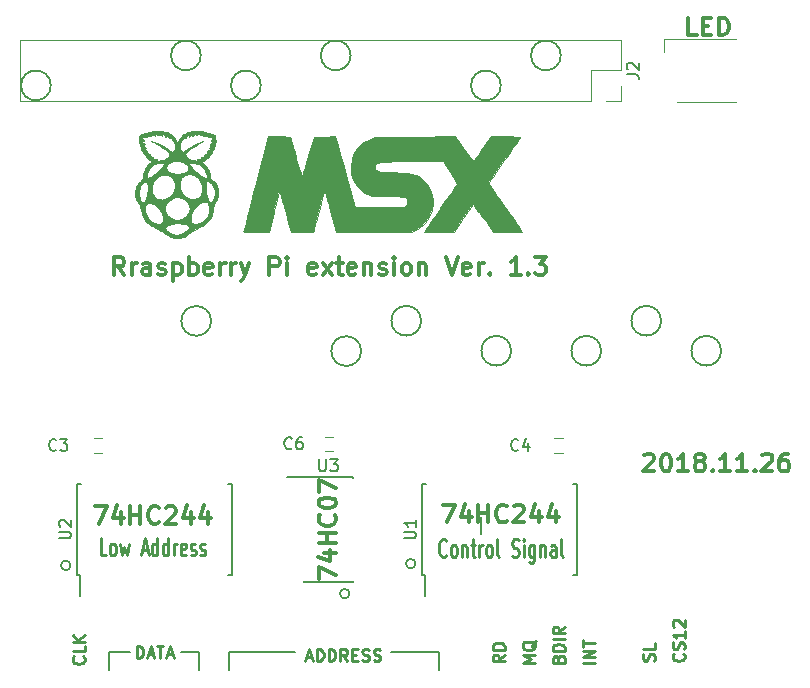
<source format=gbr>
G04 #@! TF.FileFunction,Legend,Top*
%FSLAX46Y46*%
G04 Gerber Fmt 4.6, Leading zero omitted, Abs format (unit mm)*
G04 Created by KiCad (PCBNEW 4.0.7) date 11/27/18 00:25:29*
%MOMM*%
%LPD*%
G01*
G04 APERTURE LIST*
%ADD10C,0.100000*%
%ADD11C,0.300000*%
%ADD12C,0.200000*%
%ADD13C,0.250000*%
%ADD14C,0.120000*%
%ADD15C,0.010000*%
%ADD16C,0.150000*%
G04 APERTURE END LIST*
D10*
D11*
X184992144Y-87713429D02*
X185063573Y-87642000D01*
X185206430Y-87570571D01*
X185563573Y-87570571D01*
X185706430Y-87642000D01*
X185777859Y-87713429D01*
X185849287Y-87856286D01*
X185849287Y-87999143D01*
X185777859Y-88213429D01*
X184920716Y-89070571D01*
X185849287Y-89070571D01*
X186777858Y-87570571D02*
X186920715Y-87570571D01*
X187063572Y-87642000D01*
X187135001Y-87713429D01*
X187206430Y-87856286D01*
X187277858Y-88142000D01*
X187277858Y-88499143D01*
X187206430Y-88784857D01*
X187135001Y-88927714D01*
X187063572Y-88999143D01*
X186920715Y-89070571D01*
X186777858Y-89070571D01*
X186635001Y-88999143D01*
X186563572Y-88927714D01*
X186492144Y-88784857D01*
X186420715Y-88499143D01*
X186420715Y-88142000D01*
X186492144Y-87856286D01*
X186563572Y-87713429D01*
X186635001Y-87642000D01*
X186777858Y-87570571D01*
X188706429Y-89070571D02*
X187849286Y-89070571D01*
X188277858Y-89070571D02*
X188277858Y-87570571D01*
X188135001Y-87784857D01*
X187992143Y-87927714D01*
X187849286Y-87999143D01*
X189563572Y-88213429D02*
X189420714Y-88142000D01*
X189349286Y-88070571D01*
X189277857Y-87927714D01*
X189277857Y-87856286D01*
X189349286Y-87713429D01*
X189420714Y-87642000D01*
X189563572Y-87570571D01*
X189849286Y-87570571D01*
X189992143Y-87642000D01*
X190063572Y-87713429D01*
X190135000Y-87856286D01*
X190135000Y-87927714D01*
X190063572Y-88070571D01*
X189992143Y-88142000D01*
X189849286Y-88213429D01*
X189563572Y-88213429D01*
X189420714Y-88284857D01*
X189349286Y-88356286D01*
X189277857Y-88499143D01*
X189277857Y-88784857D01*
X189349286Y-88927714D01*
X189420714Y-88999143D01*
X189563572Y-89070571D01*
X189849286Y-89070571D01*
X189992143Y-88999143D01*
X190063572Y-88927714D01*
X190135000Y-88784857D01*
X190135000Y-88499143D01*
X190063572Y-88356286D01*
X189992143Y-88284857D01*
X189849286Y-88213429D01*
X190777857Y-88927714D02*
X190849285Y-88999143D01*
X190777857Y-89070571D01*
X190706428Y-88999143D01*
X190777857Y-88927714D01*
X190777857Y-89070571D01*
X192277857Y-89070571D02*
X191420714Y-89070571D01*
X191849286Y-89070571D02*
X191849286Y-87570571D01*
X191706429Y-87784857D01*
X191563571Y-87927714D01*
X191420714Y-87999143D01*
X193706428Y-89070571D02*
X192849285Y-89070571D01*
X193277857Y-89070571D02*
X193277857Y-87570571D01*
X193135000Y-87784857D01*
X192992142Y-87927714D01*
X192849285Y-87999143D01*
X194349285Y-88927714D02*
X194420713Y-88999143D01*
X194349285Y-89070571D01*
X194277856Y-88999143D01*
X194349285Y-88927714D01*
X194349285Y-89070571D01*
X194992142Y-87713429D02*
X195063571Y-87642000D01*
X195206428Y-87570571D01*
X195563571Y-87570571D01*
X195706428Y-87642000D01*
X195777857Y-87713429D01*
X195849285Y-87856286D01*
X195849285Y-87999143D01*
X195777857Y-88213429D01*
X194920714Y-89070571D01*
X195849285Y-89070571D01*
X197134999Y-87570571D02*
X196849285Y-87570571D01*
X196706428Y-87642000D01*
X196634999Y-87713429D01*
X196492142Y-87927714D01*
X196420713Y-88213429D01*
X196420713Y-88784857D01*
X196492142Y-88927714D01*
X196563570Y-88999143D01*
X196706428Y-89070571D01*
X196992142Y-89070571D01*
X197134999Y-88999143D01*
X197206428Y-88927714D01*
X197277856Y-88784857D01*
X197277856Y-88427714D01*
X197206428Y-88284857D01*
X197134999Y-88213429D01*
X196992142Y-88142000D01*
X196706428Y-88142000D01*
X196563570Y-88213429D01*
X196492142Y-88284857D01*
X196420713Y-88427714D01*
D12*
X160040609Y-99420391D02*
G75*
G03X160040609Y-99420391I-401609J0D01*
G01*
D11*
X157420571Y-98158570D02*
X157420571Y-97158570D01*
X158920571Y-97801427D01*
X157920571Y-95944285D02*
X158920571Y-95944285D01*
X157349143Y-96301428D02*
X158420571Y-96658571D01*
X158420571Y-95729999D01*
X158920571Y-95158571D02*
X157420571Y-95158571D01*
X158134857Y-95158571D02*
X158134857Y-94301428D01*
X158920571Y-94301428D02*
X157420571Y-94301428D01*
X158777714Y-92729999D02*
X158849143Y-92801428D01*
X158920571Y-93015714D01*
X158920571Y-93158571D01*
X158849143Y-93372856D01*
X158706286Y-93515714D01*
X158563429Y-93587142D01*
X158277714Y-93658571D01*
X158063429Y-93658571D01*
X157777714Y-93587142D01*
X157634857Y-93515714D01*
X157492000Y-93372856D01*
X157420571Y-93158571D01*
X157420571Y-93015714D01*
X157492000Y-92801428D01*
X157563429Y-92729999D01*
X157420571Y-91801428D02*
X157420571Y-91658571D01*
X157492000Y-91515714D01*
X157563429Y-91444285D01*
X157706286Y-91372856D01*
X157992000Y-91301428D01*
X158349143Y-91301428D01*
X158634857Y-91372856D01*
X158777714Y-91444285D01*
X158849143Y-91515714D01*
X158920571Y-91658571D01*
X158920571Y-91801428D01*
X158849143Y-91944285D01*
X158777714Y-92015714D01*
X158634857Y-92087142D01*
X158349143Y-92158571D01*
X157992000Y-92158571D01*
X157706286Y-92087142D01*
X157563429Y-92015714D01*
X157492000Y-91944285D01*
X157420571Y-91801428D01*
X157420571Y-90801428D02*
X157420571Y-89801428D01*
X158920571Y-90444285D01*
D12*
X171196000Y-94361000D02*
X171196000Y-92964000D01*
D13*
X168227952Y-96166714D02*
X168180333Y-96238143D01*
X168037476Y-96309571D01*
X167942238Y-96309571D01*
X167799380Y-96238143D01*
X167704142Y-96095286D01*
X167656523Y-95952429D01*
X167608904Y-95666714D01*
X167608904Y-95452429D01*
X167656523Y-95166714D01*
X167704142Y-95023857D01*
X167799380Y-94881000D01*
X167942238Y-94809571D01*
X168037476Y-94809571D01*
X168180333Y-94881000D01*
X168227952Y-94952429D01*
X168799380Y-96309571D02*
X168704142Y-96238143D01*
X168656523Y-96166714D01*
X168608904Y-96023857D01*
X168608904Y-95595286D01*
X168656523Y-95452429D01*
X168704142Y-95381000D01*
X168799380Y-95309571D01*
X168942238Y-95309571D01*
X169037476Y-95381000D01*
X169085095Y-95452429D01*
X169132714Y-95595286D01*
X169132714Y-96023857D01*
X169085095Y-96166714D01*
X169037476Y-96238143D01*
X168942238Y-96309571D01*
X168799380Y-96309571D01*
X169561285Y-95309571D02*
X169561285Y-96309571D01*
X169561285Y-95452429D02*
X169608904Y-95381000D01*
X169704142Y-95309571D01*
X169847000Y-95309571D01*
X169942238Y-95381000D01*
X169989857Y-95523857D01*
X169989857Y-96309571D01*
X170323190Y-95309571D02*
X170704142Y-95309571D01*
X170466047Y-94809571D02*
X170466047Y-96095286D01*
X170513666Y-96238143D01*
X170608904Y-96309571D01*
X170704142Y-96309571D01*
X171037476Y-96309571D02*
X171037476Y-95309571D01*
X171037476Y-95595286D02*
X171085095Y-95452429D01*
X171132714Y-95381000D01*
X171227952Y-95309571D01*
X171323191Y-95309571D01*
X171799381Y-96309571D02*
X171704143Y-96238143D01*
X171656524Y-96166714D01*
X171608905Y-96023857D01*
X171608905Y-95595286D01*
X171656524Y-95452429D01*
X171704143Y-95381000D01*
X171799381Y-95309571D01*
X171942239Y-95309571D01*
X172037477Y-95381000D01*
X172085096Y-95452429D01*
X172132715Y-95595286D01*
X172132715Y-96023857D01*
X172085096Y-96166714D01*
X172037477Y-96238143D01*
X171942239Y-96309571D01*
X171799381Y-96309571D01*
X172704143Y-96309571D02*
X172608905Y-96238143D01*
X172561286Y-96095286D01*
X172561286Y-94809571D01*
X173799382Y-96238143D02*
X173942239Y-96309571D01*
X174180335Y-96309571D01*
X174275573Y-96238143D01*
X174323192Y-96166714D01*
X174370811Y-96023857D01*
X174370811Y-95881000D01*
X174323192Y-95738143D01*
X174275573Y-95666714D01*
X174180335Y-95595286D01*
X173989858Y-95523857D01*
X173894620Y-95452429D01*
X173847001Y-95381000D01*
X173799382Y-95238143D01*
X173799382Y-95095286D01*
X173847001Y-94952429D01*
X173894620Y-94881000D01*
X173989858Y-94809571D01*
X174227954Y-94809571D01*
X174370811Y-94881000D01*
X174799382Y-96309571D02*
X174799382Y-95309571D01*
X174799382Y-94809571D02*
X174751763Y-94881000D01*
X174799382Y-94952429D01*
X174847001Y-94881000D01*
X174799382Y-94809571D01*
X174799382Y-94952429D01*
X175704144Y-95309571D02*
X175704144Y-96523857D01*
X175656525Y-96666714D01*
X175608906Y-96738143D01*
X175513667Y-96809571D01*
X175370810Y-96809571D01*
X175275572Y-96738143D01*
X175704144Y-96238143D02*
X175608906Y-96309571D01*
X175418429Y-96309571D01*
X175323191Y-96238143D01*
X175275572Y-96166714D01*
X175227953Y-96023857D01*
X175227953Y-95595286D01*
X175275572Y-95452429D01*
X175323191Y-95381000D01*
X175418429Y-95309571D01*
X175608906Y-95309571D01*
X175704144Y-95381000D01*
X176180334Y-95309571D02*
X176180334Y-96309571D01*
X176180334Y-95452429D02*
X176227953Y-95381000D01*
X176323191Y-95309571D01*
X176466049Y-95309571D01*
X176561287Y-95381000D01*
X176608906Y-95523857D01*
X176608906Y-96309571D01*
X177513668Y-96309571D02*
X177513668Y-95523857D01*
X177466049Y-95381000D01*
X177370811Y-95309571D01*
X177180334Y-95309571D01*
X177085096Y-95381000D01*
X177513668Y-96238143D02*
X177418430Y-96309571D01*
X177180334Y-96309571D01*
X177085096Y-96238143D01*
X177037477Y-96095286D01*
X177037477Y-95952429D01*
X177085096Y-95809571D01*
X177180334Y-95738143D01*
X177418430Y-95738143D01*
X177513668Y-95666714D01*
X178132715Y-96309571D02*
X178037477Y-96238143D01*
X177989858Y-96095286D01*
X177989858Y-94809571D01*
X139454428Y-96182571D02*
X138978237Y-96182571D01*
X138978237Y-94682571D01*
X139930618Y-96182571D02*
X139835380Y-96111143D01*
X139787761Y-96039714D01*
X139740142Y-95896857D01*
X139740142Y-95468286D01*
X139787761Y-95325429D01*
X139835380Y-95254000D01*
X139930618Y-95182571D01*
X140073476Y-95182571D01*
X140168714Y-95254000D01*
X140216333Y-95325429D01*
X140263952Y-95468286D01*
X140263952Y-95896857D01*
X140216333Y-96039714D01*
X140168714Y-96111143D01*
X140073476Y-96182571D01*
X139930618Y-96182571D01*
X140597285Y-95182571D02*
X140787761Y-96182571D01*
X140978238Y-95468286D01*
X141168714Y-96182571D01*
X141359190Y-95182571D01*
X142454428Y-95754000D02*
X142930619Y-95754000D01*
X142359190Y-96182571D02*
X142692523Y-94682571D01*
X143025857Y-96182571D01*
X143787762Y-96182571D02*
X143787762Y-94682571D01*
X143787762Y-96111143D02*
X143692524Y-96182571D01*
X143502047Y-96182571D01*
X143406809Y-96111143D01*
X143359190Y-96039714D01*
X143311571Y-95896857D01*
X143311571Y-95468286D01*
X143359190Y-95325429D01*
X143406809Y-95254000D01*
X143502047Y-95182571D01*
X143692524Y-95182571D01*
X143787762Y-95254000D01*
X144692524Y-96182571D02*
X144692524Y-94682571D01*
X144692524Y-96111143D02*
X144597286Y-96182571D01*
X144406809Y-96182571D01*
X144311571Y-96111143D01*
X144263952Y-96039714D01*
X144216333Y-95896857D01*
X144216333Y-95468286D01*
X144263952Y-95325429D01*
X144311571Y-95254000D01*
X144406809Y-95182571D01*
X144597286Y-95182571D01*
X144692524Y-95254000D01*
X145168714Y-96182571D02*
X145168714Y-95182571D01*
X145168714Y-95468286D02*
X145216333Y-95325429D01*
X145263952Y-95254000D01*
X145359190Y-95182571D01*
X145454429Y-95182571D01*
X146168715Y-96111143D02*
X146073477Y-96182571D01*
X145883000Y-96182571D01*
X145787762Y-96111143D01*
X145740143Y-95968286D01*
X145740143Y-95396857D01*
X145787762Y-95254000D01*
X145883000Y-95182571D01*
X146073477Y-95182571D01*
X146168715Y-95254000D01*
X146216334Y-95396857D01*
X146216334Y-95539714D01*
X145740143Y-95682571D01*
X146597286Y-96111143D02*
X146692524Y-96182571D01*
X146883000Y-96182571D01*
X146978239Y-96111143D01*
X147025858Y-95968286D01*
X147025858Y-95896857D01*
X146978239Y-95754000D01*
X146883000Y-95682571D01*
X146740143Y-95682571D01*
X146644905Y-95611143D01*
X146597286Y-95468286D01*
X146597286Y-95396857D01*
X146644905Y-95254000D01*
X146740143Y-95182571D01*
X146883000Y-95182571D01*
X146978239Y-95254000D01*
X147406810Y-96111143D02*
X147502048Y-96182571D01*
X147692524Y-96182571D01*
X147787763Y-96111143D01*
X147835382Y-95968286D01*
X147835382Y-95896857D01*
X147787763Y-95754000D01*
X147692524Y-95682571D01*
X147549667Y-95682571D01*
X147454429Y-95611143D01*
X147406810Y-95468286D01*
X147406810Y-95396857D01*
X147454429Y-95254000D01*
X147549667Y-95182571D01*
X147692524Y-95182571D01*
X147787763Y-95254000D01*
D12*
X177927001Y-53848000D02*
G75*
G03X177927001Y-53848000I-1257236J0D01*
G01*
X172847001Y-56388000D02*
G75*
G03X172847001Y-56388000I-1257236J0D01*
G01*
X160134236Y-53848000D02*
G75*
G03X160134236Y-53848000I-1257236J0D01*
G01*
X152527001Y-56388000D02*
G75*
G03X152527001Y-56388000I-1257236J0D01*
G01*
X147447001Y-53848000D02*
G75*
G03X147447001Y-53848000I-1257236J0D01*
G01*
X134747001Y-56388000D02*
G75*
G03X134747001Y-56388000I-1257236J0D01*
G01*
X186423236Y-76314235D02*
G75*
G03X186423236Y-76314235I-1257236J0D01*
G01*
X191503236Y-78854235D02*
G75*
G03X191503236Y-78854235I-1257236J0D01*
G01*
X181343236Y-78854235D02*
G75*
G03X181343236Y-78854235I-1257236J0D01*
G01*
X173723236Y-78854235D02*
G75*
G03X173723236Y-78854235I-1257236J0D01*
G01*
X166103236Y-76314235D02*
G75*
G03X166103236Y-76314235I-1257236J0D01*
G01*
X161023236Y-78879765D02*
G75*
G03X161023236Y-78879765I-1257236J0D01*
G01*
X148323236Y-76327000D02*
G75*
G03X148323236Y-76327000I-1257236J0D01*
G01*
D11*
X167954144Y-91888571D02*
X168954144Y-91888571D01*
X168311287Y-93388571D01*
X170168429Y-92388571D02*
X170168429Y-93388571D01*
X169811286Y-91817143D02*
X169454143Y-92888571D01*
X170382715Y-92888571D01*
X170954143Y-93388571D02*
X170954143Y-91888571D01*
X170954143Y-92602857D02*
X171811286Y-92602857D01*
X171811286Y-93388571D02*
X171811286Y-91888571D01*
X173382715Y-93245714D02*
X173311286Y-93317143D01*
X173097000Y-93388571D01*
X172954143Y-93388571D01*
X172739858Y-93317143D01*
X172597000Y-93174286D01*
X172525572Y-93031429D01*
X172454143Y-92745714D01*
X172454143Y-92531429D01*
X172525572Y-92245714D01*
X172597000Y-92102857D01*
X172739858Y-91960000D01*
X172954143Y-91888571D01*
X173097000Y-91888571D01*
X173311286Y-91960000D01*
X173382715Y-92031429D01*
X173954143Y-92031429D02*
X174025572Y-91960000D01*
X174168429Y-91888571D01*
X174525572Y-91888571D01*
X174668429Y-91960000D01*
X174739858Y-92031429D01*
X174811286Y-92174286D01*
X174811286Y-92317143D01*
X174739858Y-92531429D01*
X173882715Y-93388571D01*
X174811286Y-93388571D01*
X176097000Y-92388571D02*
X176097000Y-93388571D01*
X175739857Y-91817143D02*
X175382714Y-92888571D01*
X176311286Y-92888571D01*
X177525571Y-92388571D02*
X177525571Y-93388571D01*
X177168428Y-91817143D02*
X176811285Y-92888571D01*
X177739857Y-92888571D01*
D12*
X165628609Y-96875600D02*
G75*
G03X165628609Y-96875600I-401609J0D01*
G01*
D11*
X189434115Y-52138971D02*
X188719829Y-52138971D01*
X188719829Y-50638971D01*
X189934115Y-51353257D02*
X190434115Y-51353257D01*
X190648401Y-52138971D02*
X189934115Y-52138971D01*
X189934115Y-50638971D01*
X190648401Y-50638971D01*
X191291258Y-52138971D02*
X191291258Y-50638971D01*
X191648401Y-50638971D01*
X191862686Y-50710400D01*
X192005544Y-50853257D01*
X192076972Y-50996114D01*
X192148401Y-51281829D01*
X192148401Y-51496114D01*
X192076972Y-51781829D01*
X192005544Y-51924686D01*
X191862686Y-52067543D01*
X191648401Y-52138971D01*
X191291258Y-52138971D01*
D12*
X136418609Y-97028000D02*
G75*
G03X136418609Y-97028000I-401609J0D01*
G01*
D11*
X138490144Y-92015571D02*
X139490144Y-92015571D01*
X138847287Y-93515571D01*
X140704429Y-92515571D02*
X140704429Y-93515571D01*
X140347286Y-91944143D02*
X139990143Y-93015571D01*
X140918715Y-93015571D01*
X141490143Y-93515571D02*
X141490143Y-92015571D01*
X141490143Y-92729857D02*
X142347286Y-92729857D01*
X142347286Y-93515571D02*
X142347286Y-92015571D01*
X143918715Y-93372714D02*
X143847286Y-93444143D01*
X143633000Y-93515571D01*
X143490143Y-93515571D01*
X143275858Y-93444143D01*
X143133000Y-93301286D01*
X143061572Y-93158429D01*
X142990143Y-92872714D01*
X142990143Y-92658429D01*
X143061572Y-92372714D01*
X143133000Y-92229857D01*
X143275858Y-92087000D01*
X143490143Y-92015571D01*
X143633000Y-92015571D01*
X143847286Y-92087000D01*
X143918715Y-92158429D01*
X144490143Y-92158429D02*
X144561572Y-92087000D01*
X144704429Y-92015571D01*
X145061572Y-92015571D01*
X145204429Y-92087000D01*
X145275858Y-92158429D01*
X145347286Y-92301286D01*
X145347286Y-92444143D01*
X145275858Y-92658429D01*
X144418715Y-93515571D01*
X145347286Y-93515571D01*
X146633000Y-92515571D02*
X146633000Y-93515571D01*
X146275857Y-91944143D02*
X145918714Y-93015571D01*
X146847286Y-93015571D01*
X148061571Y-92515571D02*
X148061571Y-93515571D01*
X147704428Y-91944143D02*
X147347285Y-93015571D01*
X148275857Y-93015571D01*
D12*
X167640000Y-104394000D02*
X163576000Y-104394000D01*
X167640000Y-105918000D02*
X167640000Y-104394000D01*
D13*
X137517143Y-104735238D02*
X137564762Y-104782857D01*
X137612381Y-104925714D01*
X137612381Y-105020952D01*
X137564762Y-105163810D01*
X137469524Y-105259048D01*
X137374286Y-105306667D01*
X137183810Y-105354286D01*
X137040952Y-105354286D01*
X136850476Y-105306667D01*
X136755238Y-105259048D01*
X136660000Y-105163810D01*
X136612381Y-105020952D01*
X136612381Y-104925714D01*
X136660000Y-104782857D01*
X136707619Y-104735238D01*
X137612381Y-103830476D02*
X137612381Y-104306667D01*
X136612381Y-104306667D01*
X137612381Y-103497143D02*
X136612381Y-103497143D01*
X137612381Y-102925714D02*
X137040952Y-103354286D01*
X136612381Y-102925714D02*
X137183810Y-103497143D01*
X188317143Y-104497047D02*
X188364762Y-104544666D01*
X188412381Y-104687523D01*
X188412381Y-104782761D01*
X188364762Y-104925619D01*
X188269524Y-105020857D01*
X188174286Y-105068476D01*
X187983810Y-105116095D01*
X187840952Y-105116095D01*
X187650476Y-105068476D01*
X187555238Y-105020857D01*
X187460000Y-104925619D01*
X187412381Y-104782761D01*
X187412381Y-104687523D01*
X187460000Y-104544666D01*
X187507619Y-104497047D01*
X188364762Y-104116095D02*
X188412381Y-103973238D01*
X188412381Y-103735142D01*
X188364762Y-103639904D01*
X188317143Y-103592285D01*
X188221905Y-103544666D01*
X188126667Y-103544666D01*
X188031429Y-103592285D01*
X187983810Y-103639904D01*
X187936190Y-103735142D01*
X187888571Y-103925619D01*
X187840952Y-104020857D01*
X187793333Y-104068476D01*
X187698095Y-104116095D01*
X187602857Y-104116095D01*
X187507619Y-104068476D01*
X187460000Y-104020857D01*
X187412381Y-103925619D01*
X187412381Y-103687523D01*
X187460000Y-103544666D01*
X188412381Y-102592285D02*
X188412381Y-103163714D01*
X188412381Y-102878000D02*
X187412381Y-102878000D01*
X187555238Y-102973238D01*
X187650476Y-103068476D01*
X187698095Y-103163714D01*
X187507619Y-102211333D02*
X187460000Y-102163714D01*
X187412381Y-102068476D01*
X187412381Y-101830380D01*
X187460000Y-101735142D01*
X187507619Y-101687523D01*
X187602857Y-101639904D01*
X187698095Y-101639904D01*
X187840952Y-101687523D01*
X188412381Y-102258952D01*
X188412381Y-101639904D01*
D12*
X166878000Y-104394000D02*
X163576000Y-104394000D01*
X152146000Y-104394000D02*
X155448000Y-104394000D01*
D13*
X142010000Y-104846381D02*
X142010000Y-103846381D01*
X142248095Y-103846381D01*
X142390953Y-103894000D01*
X142486191Y-103989238D01*
X142533810Y-104084476D01*
X142581429Y-104274952D01*
X142581429Y-104417810D01*
X142533810Y-104608286D01*
X142486191Y-104703524D01*
X142390953Y-104798762D01*
X142248095Y-104846381D01*
X142010000Y-104846381D01*
X142962381Y-104560667D02*
X143438572Y-104560667D01*
X142867143Y-104846381D02*
X143200476Y-103846381D01*
X143533810Y-104846381D01*
X143724286Y-103846381D02*
X144295715Y-103846381D01*
X144010000Y-104846381D02*
X144010000Y-103846381D01*
X144581429Y-104560667D02*
X145057620Y-104560667D01*
X144486191Y-104846381D02*
X144819524Y-103846381D01*
X145152858Y-104846381D01*
D12*
X139700000Y-104394000D02*
X141478000Y-104394000D01*
X139700000Y-105918000D02*
X139700000Y-104394000D01*
X147320000Y-104394000D02*
X145796000Y-104394000D01*
X147320000Y-105918000D02*
X147320000Y-104394000D01*
X149860000Y-104394000D02*
X152146000Y-104394000D01*
X149860000Y-105918000D02*
X149860000Y-104394000D01*
D13*
X156369143Y-104814667D02*
X156845334Y-104814667D01*
X156273905Y-105100381D02*
X156607238Y-104100381D01*
X156940572Y-105100381D01*
X157273905Y-105100381D02*
X157273905Y-104100381D01*
X157512000Y-104100381D01*
X157654858Y-104148000D01*
X157750096Y-104243238D01*
X157797715Y-104338476D01*
X157845334Y-104528952D01*
X157845334Y-104671810D01*
X157797715Y-104862286D01*
X157750096Y-104957524D01*
X157654858Y-105052762D01*
X157512000Y-105100381D01*
X157273905Y-105100381D01*
X158273905Y-105100381D02*
X158273905Y-104100381D01*
X158512000Y-104100381D01*
X158654858Y-104148000D01*
X158750096Y-104243238D01*
X158797715Y-104338476D01*
X158845334Y-104528952D01*
X158845334Y-104671810D01*
X158797715Y-104862286D01*
X158750096Y-104957524D01*
X158654858Y-105052762D01*
X158512000Y-105100381D01*
X158273905Y-105100381D01*
X159845334Y-105100381D02*
X159512000Y-104624190D01*
X159273905Y-105100381D02*
X159273905Y-104100381D01*
X159654858Y-104100381D01*
X159750096Y-104148000D01*
X159797715Y-104195619D01*
X159845334Y-104290857D01*
X159845334Y-104433714D01*
X159797715Y-104528952D01*
X159750096Y-104576571D01*
X159654858Y-104624190D01*
X159273905Y-104624190D01*
X160273905Y-104576571D02*
X160607239Y-104576571D01*
X160750096Y-105100381D02*
X160273905Y-105100381D01*
X160273905Y-104100381D01*
X160750096Y-104100381D01*
X161131048Y-105052762D02*
X161273905Y-105100381D01*
X161512001Y-105100381D01*
X161607239Y-105052762D01*
X161654858Y-105005143D01*
X161702477Y-104909905D01*
X161702477Y-104814667D01*
X161654858Y-104719429D01*
X161607239Y-104671810D01*
X161512001Y-104624190D01*
X161321524Y-104576571D01*
X161226286Y-104528952D01*
X161178667Y-104481333D01*
X161131048Y-104386095D01*
X161131048Y-104290857D01*
X161178667Y-104195619D01*
X161226286Y-104148000D01*
X161321524Y-104100381D01*
X161559620Y-104100381D01*
X161702477Y-104148000D01*
X162083429Y-105052762D02*
X162226286Y-105100381D01*
X162464382Y-105100381D01*
X162559620Y-105052762D01*
X162607239Y-105005143D01*
X162654858Y-104909905D01*
X162654858Y-104814667D01*
X162607239Y-104719429D01*
X162559620Y-104671810D01*
X162464382Y-104624190D01*
X162273905Y-104576571D01*
X162178667Y-104528952D01*
X162131048Y-104481333D01*
X162083429Y-104386095D01*
X162083429Y-104290857D01*
X162131048Y-104195619D01*
X162178667Y-104148000D01*
X162273905Y-104100381D01*
X162512001Y-104100381D01*
X162654858Y-104148000D01*
X180792381Y-105298762D02*
X179792381Y-105298762D01*
X180792381Y-104822572D02*
X179792381Y-104822572D01*
X180792381Y-104251143D01*
X179792381Y-104251143D01*
X179792381Y-103917810D02*
X179792381Y-103346381D01*
X180792381Y-103632096D02*
X179792381Y-103632096D01*
X175712381Y-105251143D02*
X174712381Y-105251143D01*
X175426667Y-104917809D01*
X174712381Y-104584476D01*
X175712381Y-104584476D01*
X175807619Y-103441619D02*
X175760000Y-103536857D01*
X175664762Y-103632095D01*
X175521905Y-103774952D01*
X175474286Y-103870191D01*
X175474286Y-103965429D01*
X175712381Y-103917810D02*
X175664762Y-104013048D01*
X175569524Y-104108286D01*
X175379048Y-104155905D01*
X175045714Y-104155905D01*
X174855238Y-104108286D01*
X174760000Y-104013048D01*
X174712381Y-103917810D01*
X174712381Y-103727333D01*
X174760000Y-103632095D01*
X174855238Y-103536857D01*
X175045714Y-103489238D01*
X175379048Y-103489238D01*
X175569524Y-103536857D01*
X175664762Y-103632095D01*
X175712381Y-103727333D01*
X175712381Y-103917810D01*
X173172381Y-104584476D02*
X172696190Y-104917810D01*
X173172381Y-105155905D02*
X172172381Y-105155905D01*
X172172381Y-104774952D01*
X172220000Y-104679714D01*
X172267619Y-104632095D01*
X172362857Y-104584476D01*
X172505714Y-104584476D01*
X172600952Y-104632095D01*
X172648571Y-104679714D01*
X172696190Y-104774952D01*
X172696190Y-105155905D01*
X173172381Y-104155905D02*
X172172381Y-104155905D01*
X172172381Y-103917810D01*
X172220000Y-103774952D01*
X172315238Y-103679714D01*
X172410476Y-103632095D01*
X172600952Y-103584476D01*
X172743810Y-103584476D01*
X172934286Y-103632095D01*
X173029524Y-103679714D01*
X173124762Y-103774952D01*
X173172381Y-103917810D01*
X173172381Y-104155905D01*
X185824762Y-105084476D02*
X185872381Y-104941619D01*
X185872381Y-104703523D01*
X185824762Y-104608285D01*
X185777143Y-104560666D01*
X185681905Y-104513047D01*
X185586667Y-104513047D01*
X185491429Y-104560666D01*
X185443810Y-104608285D01*
X185396190Y-104703523D01*
X185348571Y-104894000D01*
X185300952Y-104989238D01*
X185253333Y-105036857D01*
X185158095Y-105084476D01*
X185062857Y-105084476D01*
X184967619Y-105036857D01*
X184920000Y-104989238D01*
X184872381Y-104894000D01*
X184872381Y-104655904D01*
X184920000Y-104513047D01*
X185872381Y-103608285D02*
X185872381Y-104084476D01*
X184872381Y-104084476D01*
X177728571Y-104925666D02*
X177776190Y-104782809D01*
X177823810Y-104735190D01*
X177919048Y-104687571D01*
X178061905Y-104687571D01*
X178157143Y-104735190D01*
X178204762Y-104782809D01*
X178252381Y-104878047D01*
X178252381Y-105259000D01*
X177252381Y-105259000D01*
X177252381Y-104925666D01*
X177300000Y-104830428D01*
X177347619Y-104782809D01*
X177442857Y-104735190D01*
X177538095Y-104735190D01*
X177633333Y-104782809D01*
X177680952Y-104830428D01*
X177728571Y-104925666D01*
X177728571Y-105259000D01*
X178252381Y-104259000D02*
X177252381Y-104259000D01*
X177252381Y-104020905D01*
X177300000Y-103878047D01*
X177395238Y-103782809D01*
X177490476Y-103735190D01*
X177680952Y-103687571D01*
X177823810Y-103687571D01*
X178014286Y-103735190D01*
X178109524Y-103782809D01*
X178204762Y-103878047D01*
X178252381Y-104020905D01*
X178252381Y-104259000D01*
X178252381Y-103259000D02*
X177252381Y-103259000D01*
X178252381Y-102211381D02*
X177776190Y-102544715D01*
X178252381Y-102782810D02*
X177252381Y-102782810D01*
X177252381Y-102401857D01*
X177300000Y-102306619D01*
X177347619Y-102259000D01*
X177442857Y-102211381D01*
X177585714Y-102211381D01*
X177680952Y-102259000D01*
X177728571Y-102306619D01*
X177776190Y-102401857D01*
X177776190Y-102782810D01*
D11*
X140976144Y-72433571D02*
X140476144Y-71719286D01*
X140119001Y-72433571D02*
X140119001Y-70933571D01*
X140690429Y-70933571D01*
X140833287Y-71005000D01*
X140904715Y-71076429D01*
X140976144Y-71219286D01*
X140976144Y-71433571D01*
X140904715Y-71576429D01*
X140833287Y-71647857D01*
X140690429Y-71719286D01*
X140119001Y-71719286D01*
X141619001Y-72433571D02*
X141619001Y-71433571D01*
X141619001Y-71719286D02*
X141690429Y-71576429D01*
X141761858Y-71505000D01*
X141904715Y-71433571D01*
X142047572Y-71433571D01*
X143190429Y-72433571D02*
X143190429Y-71647857D01*
X143119000Y-71505000D01*
X142976143Y-71433571D01*
X142690429Y-71433571D01*
X142547572Y-71505000D01*
X143190429Y-72362143D02*
X143047572Y-72433571D01*
X142690429Y-72433571D01*
X142547572Y-72362143D01*
X142476143Y-72219286D01*
X142476143Y-72076429D01*
X142547572Y-71933571D01*
X142690429Y-71862143D01*
X143047572Y-71862143D01*
X143190429Y-71790714D01*
X143833286Y-72362143D02*
X143976143Y-72433571D01*
X144261858Y-72433571D01*
X144404715Y-72362143D01*
X144476143Y-72219286D01*
X144476143Y-72147857D01*
X144404715Y-72005000D01*
X144261858Y-71933571D01*
X144047572Y-71933571D01*
X143904715Y-71862143D01*
X143833286Y-71719286D01*
X143833286Y-71647857D01*
X143904715Y-71505000D01*
X144047572Y-71433571D01*
X144261858Y-71433571D01*
X144404715Y-71505000D01*
X145119001Y-71433571D02*
X145119001Y-72933571D01*
X145119001Y-71505000D02*
X145261858Y-71433571D01*
X145547572Y-71433571D01*
X145690429Y-71505000D01*
X145761858Y-71576429D01*
X145833287Y-71719286D01*
X145833287Y-72147857D01*
X145761858Y-72290714D01*
X145690429Y-72362143D01*
X145547572Y-72433571D01*
X145261858Y-72433571D01*
X145119001Y-72362143D01*
X146476144Y-72433571D02*
X146476144Y-70933571D01*
X146476144Y-71505000D02*
X146619001Y-71433571D01*
X146904715Y-71433571D01*
X147047572Y-71505000D01*
X147119001Y-71576429D01*
X147190430Y-71719286D01*
X147190430Y-72147857D01*
X147119001Y-72290714D01*
X147047572Y-72362143D01*
X146904715Y-72433571D01*
X146619001Y-72433571D01*
X146476144Y-72362143D01*
X148404715Y-72362143D02*
X148261858Y-72433571D01*
X147976144Y-72433571D01*
X147833287Y-72362143D01*
X147761858Y-72219286D01*
X147761858Y-71647857D01*
X147833287Y-71505000D01*
X147976144Y-71433571D01*
X148261858Y-71433571D01*
X148404715Y-71505000D01*
X148476144Y-71647857D01*
X148476144Y-71790714D01*
X147761858Y-71933571D01*
X149119001Y-72433571D02*
X149119001Y-71433571D01*
X149119001Y-71719286D02*
X149190429Y-71576429D01*
X149261858Y-71505000D01*
X149404715Y-71433571D01*
X149547572Y-71433571D01*
X150047572Y-72433571D02*
X150047572Y-71433571D01*
X150047572Y-71719286D02*
X150119000Y-71576429D01*
X150190429Y-71505000D01*
X150333286Y-71433571D01*
X150476143Y-71433571D01*
X150833286Y-71433571D02*
X151190429Y-72433571D01*
X151547571Y-71433571D02*
X151190429Y-72433571D01*
X151047571Y-72790714D01*
X150976143Y-72862143D01*
X150833286Y-72933571D01*
X153261857Y-72433571D02*
X153261857Y-70933571D01*
X153833285Y-70933571D01*
X153976143Y-71005000D01*
X154047571Y-71076429D01*
X154119000Y-71219286D01*
X154119000Y-71433571D01*
X154047571Y-71576429D01*
X153976143Y-71647857D01*
X153833285Y-71719286D01*
X153261857Y-71719286D01*
X154761857Y-72433571D02*
X154761857Y-71433571D01*
X154761857Y-70933571D02*
X154690428Y-71005000D01*
X154761857Y-71076429D01*
X154833285Y-71005000D01*
X154761857Y-70933571D01*
X154761857Y-71076429D01*
X157190428Y-72362143D02*
X157047571Y-72433571D01*
X156761857Y-72433571D01*
X156619000Y-72362143D01*
X156547571Y-72219286D01*
X156547571Y-71647857D01*
X156619000Y-71505000D01*
X156761857Y-71433571D01*
X157047571Y-71433571D01*
X157190428Y-71505000D01*
X157261857Y-71647857D01*
X157261857Y-71790714D01*
X156547571Y-71933571D01*
X157761857Y-72433571D02*
X158547571Y-71433571D01*
X157761857Y-71433571D02*
X158547571Y-72433571D01*
X158904714Y-71433571D02*
X159476143Y-71433571D01*
X159119000Y-70933571D02*
X159119000Y-72219286D01*
X159190428Y-72362143D01*
X159333286Y-72433571D01*
X159476143Y-72433571D01*
X160547571Y-72362143D02*
X160404714Y-72433571D01*
X160119000Y-72433571D01*
X159976143Y-72362143D01*
X159904714Y-72219286D01*
X159904714Y-71647857D01*
X159976143Y-71505000D01*
X160119000Y-71433571D01*
X160404714Y-71433571D01*
X160547571Y-71505000D01*
X160619000Y-71647857D01*
X160619000Y-71790714D01*
X159904714Y-71933571D01*
X161261857Y-71433571D02*
X161261857Y-72433571D01*
X161261857Y-71576429D02*
X161333285Y-71505000D01*
X161476143Y-71433571D01*
X161690428Y-71433571D01*
X161833285Y-71505000D01*
X161904714Y-71647857D01*
X161904714Y-72433571D01*
X162547571Y-72362143D02*
X162690428Y-72433571D01*
X162976143Y-72433571D01*
X163119000Y-72362143D01*
X163190428Y-72219286D01*
X163190428Y-72147857D01*
X163119000Y-72005000D01*
X162976143Y-71933571D01*
X162761857Y-71933571D01*
X162619000Y-71862143D01*
X162547571Y-71719286D01*
X162547571Y-71647857D01*
X162619000Y-71505000D01*
X162761857Y-71433571D01*
X162976143Y-71433571D01*
X163119000Y-71505000D01*
X163833286Y-72433571D02*
X163833286Y-71433571D01*
X163833286Y-70933571D02*
X163761857Y-71005000D01*
X163833286Y-71076429D01*
X163904714Y-71005000D01*
X163833286Y-70933571D01*
X163833286Y-71076429D01*
X164761858Y-72433571D02*
X164619000Y-72362143D01*
X164547572Y-72290714D01*
X164476143Y-72147857D01*
X164476143Y-71719286D01*
X164547572Y-71576429D01*
X164619000Y-71505000D01*
X164761858Y-71433571D01*
X164976143Y-71433571D01*
X165119000Y-71505000D01*
X165190429Y-71576429D01*
X165261858Y-71719286D01*
X165261858Y-72147857D01*
X165190429Y-72290714D01*
X165119000Y-72362143D01*
X164976143Y-72433571D01*
X164761858Y-72433571D01*
X165904715Y-71433571D02*
X165904715Y-72433571D01*
X165904715Y-71576429D02*
X165976143Y-71505000D01*
X166119001Y-71433571D01*
X166333286Y-71433571D01*
X166476143Y-71505000D01*
X166547572Y-71647857D01*
X166547572Y-72433571D01*
X168190429Y-70933571D02*
X168690429Y-72433571D01*
X169190429Y-70933571D01*
X170261857Y-72362143D02*
X170119000Y-72433571D01*
X169833286Y-72433571D01*
X169690429Y-72362143D01*
X169619000Y-72219286D01*
X169619000Y-71647857D01*
X169690429Y-71505000D01*
X169833286Y-71433571D01*
X170119000Y-71433571D01*
X170261857Y-71505000D01*
X170333286Y-71647857D01*
X170333286Y-71790714D01*
X169619000Y-71933571D01*
X170976143Y-72433571D02*
X170976143Y-71433571D01*
X170976143Y-71719286D02*
X171047571Y-71576429D01*
X171119000Y-71505000D01*
X171261857Y-71433571D01*
X171404714Y-71433571D01*
X171904714Y-72290714D02*
X171976142Y-72362143D01*
X171904714Y-72433571D01*
X171833285Y-72362143D01*
X171904714Y-72290714D01*
X171904714Y-72433571D01*
X174547571Y-72433571D02*
X173690428Y-72433571D01*
X174119000Y-72433571D02*
X174119000Y-70933571D01*
X173976143Y-71147857D01*
X173833285Y-71290714D01*
X173690428Y-71362143D01*
X175190428Y-72290714D02*
X175261856Y-72362143D01*
X175190428Y-72433571D01*
X175118999Y-72362143D01*
X175190428Y-72290714D01*
X175190428Y-72433571D01*
X175761857Y-70933571D02*
X176690428Y-70933571D01*
X176190428Y-71505000D01*
X176404714Y-71505000D01*
X176547571Y-71576429D01*
X176619000Y-71647857D01*
X176690428Y-71790714D01*
X176690428Y-72147857D01*
X176619000Y-72290714D01*
X176547571Y-72362143D01*
X176404714Y-72433571D01*
X175976142Y-72433571D01*
X175833285Y-72362143D01*
X175761857Y-72290714D01*
D14*
X180467000Y-57718000D02*
X132147000Y-57718000D01*
X132147000Y-57718000D02*
X132147000Y-52518000D01*
X132147000Y-52518000D02*
X183067000Y-52518000D01*
X183067000Y-52518000D02*
X183067000Y-55118000D01*
X183067000Y-55118000D02*
X180467000Y-55118000D01*
X180467000Y-55118000D02*
X180467000Y-57718000D01*
X181737000Y-57718000D02*
X183067000Y-57718000D01*
X183067000Y-57718000D02*
X183067000Y-56448000D01*
D15*
G36*
X158914826Y-61020676D02*
X158958920Y-61179070D01*
X159042649Y-61478213D01*
X159159769Y-61895856D01*
X159304033Y-62409750D01*
X159469198Y-62997645D01*
X159649018Y-63637290D01*
X159753284Y-64008000D01*
X160503536Y-66675000D01*
X162550510Y-66697678D01*
X163285141Y-66701851D01*
X163882303Y-66696793D01*
X164333934Y-66682745D01*
X164631973Y-66659949D01*
X164764075Y-66631199D01*
X164883021Y-66484199D01*
X164932502Y-66256061D01*
X164905865Y-66022899D01*
X164829067Y-65887600D01*
X164710559Y-65842988D01*
X164451726Y-65811562D01*
X164043326Y-65792656D01*
X163476116Y-65785606D01*
X163410900Y-65785527D01*
X162928553Y-65779759D01*
X162481780Y-65764195D01*
X162109253Y-65740922D01*
X161849642Y-65712025D01*
X161778972Y-65697471D01*
X161301207Y-65479303D01*
X160873707Y-65112320D01*
X160515997Y-64614227D01*
X160450866Y-64493243D01*
X160291536Y-64155882D01*
X160203456Y-63879070D01*
X160166452Y-63580824D01*
X160160126Y-63311664D01*
X160227521Y-62652756D01*
X160436324Y-62083785D01*
X160789796Y-61599802D01*
X161291198Y-61195863D01*
X161703173Y-60971443D01*
X162179000Y-60748333D01*
X165565667Y-60726027D01*
X168952334Y-60703722D01*
X169714334Y-61766296D01*
X170476334Y-62828869D01*
X170661513Y-62598216D01*
X170783790Y-62436747D01*
X170974781Y-62173982D01*
X171207064Y-61848019D01*
X171423513Y-61539633D01*
X172000334Y-60711703D01*
X173249167Y-60708851D01*
X173687192Y-60710788D01*
X174058077Y-60718027D01*
X174332310Y-60729549D01*
X174480380Y-60744334D01*
X174498000Y-60751993D01*
X174450861Y-60830304D01*
X174317816Y-61028284D01*
X174111425Y-61327841D01*
X173844247Y-61710882D01*
X173528843Y-62159315D01*
X173177771Y-62655046D01*
X173142042Y-62705320D01*
X172763838Y-63243731D01*
X172437284Y-63721385D01*
X172172378Y-64122812D01*
X171979121Y-64432540D01*
X171867511Y-64635097D01*
X171844823Y-64712494D01*
X171907303Y-64805317D01*
X172054535Y-65017804D01*
X172273504Y-65331361D01*
X172551193Y-65727398D01*
X172874584Y-66187321D01*
X173230660Y-66692539D01*
X173285448Y-66770176D01*
X173642100Y-67277277D01*
X173964605Y-67739285D01*
X174240602Y-68138213D01*
X174457731Y-68456075D01*
X174603631Y-68674884D01*
X174665943Y-68776655D01*
X174667334Y-68781009D01*
X174587647Y-68799798D01*
X174368491Y-68815655D01*
X174039722Y-68827286D01*
X173631197Y-68833393D01*
X173447099Y-68834000D01*
X172226864Y-68833999D01*
X171822537Y-68262500D01*
X171568915Y-67906931D01*
X171273341Y-67496843D01*
X170994638Y-67113802D01*
X170962343Y-67069742D01*
X170506475Y-66448485D01*
X169692693Y-67641242D01*
X168878910Y-68834000D01*
X167624455Y-68834000D01*
X167185377Y-68831115D01*
X166813373Y-68823171D01*
X166537892Y-68811232D01*
X166388380Y-68796364D01*
X166370000Y-68788626D01*
X166416608Y-68710149D01*
X166548204Y-68511184D01*
X166752442Y-68209812D01*
X167016978Y-67824109D01*
X167329470Y-67372156D01*
X167677572Y-66872031D01*
X167725756Y-66803047D01*
X168080658Y-66293269D01*
X168404170Y-65824986D01*
X168683366Y-65417195D01*
X168905321Y-65088893D01*
X169057110Y-64859077D01*
X169125808Y-64746745D01*
X169127703Y-64742468D01*
X169099697Y-64629560D01*
X168988814Y-64408493D01*
X168811297Y-64108400D01*
X168583392Y-63758410D01*
X168558860Y-63722381D01*
X167943826Y-62822666D01*
X165215627Y-62822666D01*
X164425373Y-62823271D01*
X163788018Y-62826764D01*
X163287126Y-62835662D01*
X162906264Y-62852482D01*
X162628997Y-62879742D01*
X162438890Y-62919957D01*
X162319508Y-62975645D01*
X162254418Y-63049324D01*
X162227185Y-63143510D01*
X162221373Y-63260721D01*
X162221333Y-63281258D01*
X162239667Y-63448616D01*
X162309112Y-63571834D01*
X162451333Y-63657398D01*
X162687993Y-63711794D01*
X163040759Y-63741508D01*
X163531293Y-63753025D01*
X163800418Y-63753999D01*
X164429503Y-63762383D01*
X164921731Y-63792794D01*
X165308988Y-63853121D01*
X165623161Y-63951255D01*
X165896134Y-64095084D01*
X166159793Y-64292498D01*
X166233550Y-64356036D01*
X166666758Y-64841396D01*
X166948164Y-65401548D01*
X167078137Y-66037330D01*
X167087915Y-66294000D01*
X167009152Y-66962126D01*
X166782710Y-67558073D01*
X166417575Y-68067189D01*
X165922731Y-68474825D01*
X165660924Y-68620860D01*
X165220996Y-68836097D01*
X162052980Y-68813882D01*
X158884963Y-68791666D01*
X158418775Y-67038429D01*
X158280458Y-66524692D01*
X158155620Y-66073229D01*
X158050939Y-65707199D01*
X157973094Y-65449764D01*
X157928762Y-65324083D01*
X157922040Y-65315737D01*
X157894839Y-65399428D01*
X157832011Y-65617538D01*
X157741491Y-65940853D01*
X157631213Y-66340161D01*
X157509112Y-66786246D01*
X157383123Y-67249895D01*
X157261182Y-67701893D01*
X157151222Y-68113026D01*
X157061179Y-68454080D01*
X156998987Y-68695841D01*
X156972582Y-68809094D01*
X156972192Y-68812833D01*
X156893154Y-68821356D01*
X156679044Y-68828238D01*
X156364123Y-68832698D01*
X156044667Y-68834000D01*
X155117334Y-68834000D01*
X154959372Y-68304833D01*
X154877965Y-68025248D01*
X154765603Y-67630015D01*
X154635744Y-67166895D01*
X154501843Y-66683646D01*
X154470377Y-66569166D01*
X154351442Y-66146042D01*
X154245360Y-65787917D01*
X154160999Y-65523280D01*
X154107229Y-65380621D01*
X154095172Y-65363803D01*
X154063116Y-65442545D01*
X153998580Y-65662024D01*
X153907989Y-65998174D01*
X153797768Y-66426928D01*
X153674343Y-66924219D01*
X153631760Y-67099470D01*
X153212520Y-68834000D01*
X152119868Y-68834000D01*
X151652543Y-68830142D01*
X151334633Y-68817247D01*
X151146365Y-68793331D01*
X151067969Y-68756410D01*
X151065082Y-68728166D01*
X151092862Y-68627096D01*
X151157872Y-68378234D01*
X151255922Y-67997979D01*
X151382818Y-67502729D01*
X151534368Y-66908880D01*
X151706382Y-66232832D01*
X151894666Y-65490981D01*
X152095029Y-64699726D01*
X152104023Y-64664166D01*
X153105099Y-60706000D01*
X154059177Y-60706000D01*
X154478503Y-60708913D01*
X154758170Y-60720588D01*
X154927797Y-60745428D01*
X155017001Y-60787835D01*
X155055401Y-60852211D01*
X155055974Y-60854166D01*
X155091179Y-60979099D01*
X155163958Y-61239404D01*
X155266562Y-61607297D01*
X155391244Y-62054993D01*
X155530256Y-62554710D01*
X155543883Y-62603724D01*
X155681616Y-63085842D01*
X155806482Y-63497833D01*
X155911098Y-63817358D01*
X155988087Y-64022078D01*
X156030066Y-64089653D01*
X156033386Y-64085390D01*
X156069970Y-63970047D01*
X156145841Y-63719068D01*
X156252976Y-63359407D01*
X156383351Y-62918018D01*
X156528943Y-62421854D01*
X156547907Y-62357000D01*
X157018114Y-60748333D01*
X157922367Y-60724343D01*
X158826619Y-60700352D01*
X158914826Y-61020676D01*
X158914826Y-61020676D01*
G37*
X158914826Y-61020676D02*
X158958920Y-61179070D01*
X159042649Y-61478213D01*
X159159769Y-61895856D01*
X159304033Y-62409750D01*
X159469198Y-62997645D01*
X159649018Y-63637290D01*
X159753284Y-64008000D01*
X160503536Y-66675000D01*
X162550510Y-66697678D01*
X163285141Y-66701851D01*
X163882303Y-66696793D01*
X164333934Y-66682745D01*
X164631973Y-66659949D01*
X164764075Y-66631199D01*
X164883021Y-66484199D01*
X164932502Y-66256061D01*
X164905865Y-66022899D01*
X164829067Y-65887600D01*
X164710559Y-65842988D01*
X164451726Y-65811562D01*
X164043326Y-65792656D01*
X163476116Y-65785606D01*
X163410900Y-65785527D01*
X162928553Y-65779759D01*
X162481780Y-65764195D01*
X162109253Y-65740922D01*
X161849642Y-65712025D01*
X161778972Y-65697471D01*
X161301207Y-65479303D01*
X160873707Y-65112320D01*
X160515997Y-64614227D01*
X160450866Y-64493243D01*
X160291536Y-64155882D01*
X160203456Y-63879070D01*
X160166452Y-63580824D01*
X160160126Y-63311664D01*
X160227521Y-62652756D01*
X160436324Y-62083785D01*
X160789796Y-61599802D01*
X161291198Y-61195863D01*
X161703173Y-60971443D01*
X162179000Y-60748333D01*
X165565667Y-60726027D01*
X168952334Y-60703722D01*
X169714334Y-61766296D01*
X170476334Y-62828869D01*
X170661513Y-62598216D01*
X170783790Y-62436747D01*
X170974781Y-62173982D01*
X171207064Y-61848019D01*
X171423513Y-61539633D01*
X172000334Y-60711703D01*
X173249167Y-60708851D01*
X173687192Y-60710788D01*
X174058077Y-60718027D01*
X174332310Y-60729549D01*
X174480380Y-60744334D01*
X174498000Y-60751993D01*
X174450861Y-60830304D01*
X174317816Y-61028284D01*
X174111425Y-61327841D01*
X173844247Y-61710882D01*
X173528843Y-62159315D01*
X173177771Y-62655046D01*
X173142042Y-62705320D01*
X172763838Y-63243731D01*
X172437284Y-63721385D01*
X172172378Y-64122812D01*
X171979121Y-64432540D01*
X171867511Y-64635097D01*
X171844823Y-64712494D01*
X171907303Y-64805317D01*
X172054535Y-65017804D01*
X172273504Y-65331361D01*
X172551193Y-65727398D01*
X172874584Y-66187321D01*
X173230660Y-66692539D01*
X173285448Y-66770176D01*
X173642100Y-67277277D01*
X173964605Y-67739285D01*
X174240602Y-68138213D01*
X174457731Y-68456075D01*
X174603631Y-68674884D01*
X174665943Y-68776655D01*
X174667334Y-68781009D01*
X174587647Y-68799798D01*
X174368491Y-68815655D01*
X174039722Y-68827286D01*
X173631197Y-68833393D01*
X173447099Y-68834000D01*
X172226864Y-68833999D01*
X171822537Y-68262500D01*
X171568915Y-67906931D01*
X171273341Y-67496843D01*
X170994638Y-67113802D01*
X170962343Y-67069742D01*
X170506475Y-66448485D01*
X169692693Y-67641242D01*
X168878910Y-68834000D01*
X167624455Y-68834000D01*
X167185377Y-68831115D01*
X166813373Y-68823171D01*
X166537892Y-68811232D01*
X166388380Y-68796364D01*
X166370000Y-68788626D01*
X166416608Y-68710149D01*
X166548204Y-68511184D01*
X166752442Y-68209812D01*
X167016978Y-67824109D01*
X167329470Y-67372156D01*
X167677572Y-66872031D01*
X167725756Y-66803047D01*
X168080658Y-66293269D01*
X168404170Y-65824986D01*
X168683366Y-65417195D01*
X168905321Y-65088893D01*
X169057110Y-64859077D01*
X169125808Y-64746745D01*
X169127703Y-64742468D01*
X169099697Y-64629560D01*
X168988814Y-64408493D01*
X168811297Y-64108400D01*
X168583392Y-63758410D01*
X168558860Y-63722381D01*
X167943826Y-62822666D01*
X165215627Y-62822666D01*
X164425373Y-62823271D01*
X163788018Y-62826764D01*
X163287126Y-62835662D01*
X162906264Y-62852482D01*
X162628997Y-62879742D01*
X162438890Y-62919957D01*
X162319508Y-62975645D01*
X162254418Y-63049324D01*
X162227185Y-63143510D01*
X162221373Y-63260721D01*
X162221333Y-63281258D01*
X162239667Y-63448616D01*
X162309112Y-63571834D01*
X162451333Y-63657398D01*
X162687993Y-63711794D01*
X163040759Y-63741508D01*
X163531293Y-63753025D01*
X163800418Y-63753999D01*
X164429503Y-63762383D01*
X164921731Y-63792794D01*
X165308988Y-63853121D01*
X165623161Y-63951255D01*
X165896134Y-64095084D01*
X166159793Y-64292498D01*
X166233550Y-64356036D01*
X166666758Y-64841396D01*
X166948164Y-65401548D01*
X167078137Y-66037330D01*
X167087915Y-66294000D01*
X167009152Y-66962126D01*
X166782710Y-67558073D01*
X166417575Y-68067189D01*
X165922731Y-68474825D01*
X165660924Y-68620860D01*
X165220996Y-68836097D01*
X162052980Y-68813882D01*
X158884963Y-68791666D01*
X158418775Y-67038429D01*
X158280458Y-66524692D01*
X158155620Y-66073229D01*
X158050939Y-65707199D01*
X157973094Y-65449764D01*
X157928762Y-65324083D01*
X157922040Y-65315737D01*
X157894839Y-65399428D01*
X157832011Y-65617538D01*
X157741491Y-65940853D01*
X157631213Y-66340161D01*
X157509112Y-66786246D01*
X157383123Y-67249895D01*
X157261182Y-67701893D01*
X157151222Y-68113026D01*
X157061179Y-68454080D01*
X156998987Y-68695841D01*
X156972582Y-68809094D01*
X156972192Y-68812833D01*
X156893154Y-68821356D01*
X156679044Y-68828238D01*
X156364123Y-68832698D01*
X156044667Y-68834000D01*
X155117334Y-68834000D01*
X154959372Y-68304833D01*
X154877965Y-68025248D01*
X154765603Y-67630015D01*
X154635744Y-67166895D01*
X154501843Y-66683646D01*
X154470377Y-66569166D01*
X154351442Y-66146042D01*
X154245360Y-65787917D01*
X154160999Y-65523280D01*
X154107229Y-65380621D01*
X154095172Y-65363803D01*
X154063116Y-65442545D01*
X153998580Y-65662024D01*
X153907989Y-65998174D01*
X153797768Y-66426928D01*
X153674343Y-66924219D01*
X153631760Y-67099470D01*
X153212520Y-68834000D01*
X152119868Y-68834000D01*
X151652543Y-68830142D01*
X151334633Y-68817247D01*
X151146365Y-68793331D01*
X151067969Y-68756410D01*
X151065082Y-68728166D01*
X151092862Y-68627096D01*
X151157872Y-68378234D01*
X151255922Y-67997979D01*
X151382818Y-67502729D01*
X151534368Y-66908880D01*
X151706382Y-66232832D01*
X151894666Y-65490981D01*
X152095029Y-64699726D01*
X152104023Y-64664166D01*
X153105099Y-60706000D01*
X154059177Y-60706000D01*
X154478503Y-60708913D01*
X154758170Y-60720588D01*
X154927797Y-60745428D01*
X155017001Y-60787835D01*
X155055401Y-60852211D01*
X155055974Y-60854166D01*
X155091179Y-60979099D01*
X155163958Y-61239404D01*
X155266562Y-61607297D01*
X155391244Y-62054993D01*
X155530256Y-62554710D01*
X155543883Y-62603724D01*
X155681616Y-63085842D01*
X155806482Y-63497833D01*
X155911098Y-63817358D01*
X155988087Y-64022078D01*
X156030066Y-64089653D01*
X156033386Y-64085390D01*
X156069970Y-63970047D01*
X156145841Y-63719068D01*
X156252976Y-63359407D01*
X156383351Y-62918018D01*
X156528943Y-62421854D01*
X156547907Y-62357000D01*
X157018114Y-60748333D01*
X157922367Y-60724343D01*
X158826619Y-60700352D01*
X158914826Y-61020676D01*
D14*
X138400000Y-86268000D02*
X139100000Y-86268000D01*
X139100000Y-87468000D02*
X138400000Y-87468000D01*
X178084000Y-87468000D02*
X177384000Y-87468000D01*
X177384000Y-86268000D02*
X178084000Y-86268000D01*
X158658000Y-87341000D02*
X157958000Y-87341000D01*
X157958000Y-86141000D02*
X158658000Y-86141000D01*
X186684000Y-52418000D02*
X192784000Y-52418000D01*
X186684000Y-53518000D02*
X186684000Y-52418000D01*
X192784000Y-57818000D02*
X187784000Y-57818000D01*
D15*
G36*
X147167626Y-60229671D02*
X147214120Y-60247989D01*
X147239612Y-60261655D01*
X147262231Y-60266119D01*
X147292061Y-60261982D01*
X147322070Y-60254442D01*
X147409388Y-60238711D01*
X147489870Y-60238671D01*
X147557635Y-60254162D01*
X147573644Y-60261318D01*
X147605875Y-60279656D01*
X147627544Y-60295461D01*
X147631037Y-60299418D01*
X147646870Y-60305875D01*
X147680798Y-60310497D01*
X147725533Y-60312299D01*
X147726322Y-60312299D01*
X147799411Y-60316118D01*
X147854225Y-60328731D01*
X147896890Y-60351878D01*
X147912706Y-60365202D01*
X147933491Y-60379432D01*
X147963038Y-60388313D01*
X148007925Y-60393393D01*
X148039706Y-60395053D01*
X148127953Y-60401536D01*
X148196475Y-60414000D01*
X148250580Y-60434142D01*
X148295579Y-60463659D01*
X148317785Y-60483916D01*
X148350949Y-60514555D01*
X148375865Y-60529367D01*
X148400252Y-60532281D01*
X148410575Y-60531147D01*
X148489732Y-60531013D01*
X148562661Y-60552812D01*
X148624751Y-60594298D01*
X148671391Y-60653227D01*
X148674996Y-60659930D01*
X148690938Y-60711296D01*
X148695230Y-60773232D01*
X148687850Y-60833723D01*
X148675394Y-60869442D01*
X148662335Y-60898955D01*
X148662381Y-60919418D01*
X148676566Y-60943963D01*
X148681856Y-60951452D01*
X148703384Y-60996924D01*
X148713890Y-61059719D01*
X148714410Y-61067409D01*
X148715127Y-61116107D01*
X148708440Y-61155232D01*
X148691545Y-61197601D01*
X148681459Y-61218017D01*
X148660808Y-61261742D01*
X148651449Y-61293195D01*
X148651397Y-61321760D01*
X148655187Y-61342216D01*
X148659374Y-61409977D01*
X148640905Y-61478950D01*
X148599014Y-61551432D01*
X148575450Y-61582018D01*
X148553425Y-61613466D01*
X148542541Y-61645285D01*
X148539257Y-61688863D01*
X148539200Y-61698666D01*
X148536169Y-61758492D01*
X148524508Y-61804904D01*
X148500360Y-61847358D01*
X148459869Y-61895308D01*
X148458319Y-61896975D01*
X148424509Y-61937022D01*
X148405232Y-61972128D01*
X148395004Y-62012982D01*
X148393491Y-62023303D01*
X148377701Y-62084594D01*
X148346032Y-62140761D01*
X148295542Y-62195862D01*
X148229447Y-62249460D01*
X148184973Y-62284030D01*
X148158739Y-62309992D01*
X148147033Y-62331507D01*
X148145434Y-62343574D01*
X148136354Y-62382457D01*
X148112875Y-62428057D01*
X148080449Y-62471244D01*
X148054644Y-62495698D01*
X148025390Y-62514948D01*
X147982762Y-62538865D01*
X147941802Y-62559450D01*
X147895440Y-62583681D01*
X147866154Y-62606283D01*
X147846832Y-62633372D01*
X147840365Y-62646687D01*
X147802308Y-62701816D01*
X147742274Y-62749223D01*
X147662917Y-62787382D01*
X147566892Y-62814769D01*
X147538368Y-62820132D01*
X147505751Y-62827617D01*
X147486930Y-62835759D01*
X147485100Y-62838499D01*
X147495120Y-62849005D01*
X147521931Y-62869200D01*
X147560654Y-62895516D01*
X147580902Y-62908555D01*
X147656610Y-62962425D01*
X147739176Y-63031079D01*
X147821608Y-63108007D01*
X147896913Y-63186703D01*
X147955337Y-63256985D01*
X148011178Y-63340338D01*
X148066818Y-63440241D01*
X148118166Y-63548142D01*
X148161132Y-63655490D01*
X148190064Y-63747650D01*
X148205228Y-63815871D01*
X148219479Y-63897709D01*
X148230916Y-63981400D01*
X148236046Y-64032492D01*
X148244927Y-64119580D01*
X148256999Y-64186495D01*
X148274602Y-64238450D01*
X148300077Y-64280658D01*
X148335765Y-64318331D01*
X148380450Y-64354070D01*
X148512780Y-64466703D01*
X148631754Y-64598360D01*
X148734307Y-64744848D01*
X148817375Y-64901971D01*
X148860909Y-65011988D01*
X148908713Y-65189797D01*
X148932169Y-65371008D01*
X148931651Y-65553188D01*
X148907532Y-65733904D01*
X148860185Y-65910722D01*
X148789982Y-66081209D01*
X148697297Y-66242931D01*
X148665054Y-66289527D01*
X148634015Y-66333716D01*
X148611002Y-66370906D01*
X148593122Y-66407769D01*
X148577480Y-66450974D01*
X148561184Y-66507194D01*
X148546620Y-66562577D01*
X148528734Y-66630287D01*
X148511120Y-66694188D01*
X148495648Y-66747669D01*
X148484189Y-66784118D01*
X148482927Y-66787721D01*
X148472244Y-66830953D01*
X148465011Y-66885938D01*
X148463000Y-66928933D01*
X148452488Y-67075254D01*
X148422116Y-67229589D01*
X148373629Y-67386596D01*
X148308772Y-67540934D01*
X148229292Y-67687260D01*
X148200471Y-67732399D01*
X148100717Y-67862330D01*
X147980614Y-67984920D01*
X147844945Y-68096501D01*
X147698495Y-68193406D01*
X147546048Y-68271966D01*
X147444544Y-68311960D01*
X147407362Y-68328413D01*
X147356253Y-68355972D01*
X147297862Y-68390844D01*
X147238833Y-68429233D01*
X147236916Y-68430540D01*
X147012862Y-68570404D01*
X146775259Y-68694038D01*
X146718554Y-68720133D01*
X146654634Y-68750437D01*
X146605386Y-68778871D01*
X146561473Y-68811847D01*
X146513555Y-68855779D01*
X146496304Y-68872747D01*
X146346910Y-69004924D01*
X146188687Y-69113298D01*
X146021444Y-69197952D01*
X145844994Y-69258967D01*
X145659146Y-69296426D01*
X145491200Y-69309875D01*
X145424273Y-69311251D01*
X145363443Y-69311637D01*
X145314806Y-69311053D01*
X145284457Y-69309519D01*
X145281650Y-69309179D01*
X145247939Y-69303922D01*
X145201363Y-69296122D01*
X145167350Y-69290183D01*
X144994200Y-69247147D01*
X144823614Y-69181190D01*
X144660162Y-69094713D01*
X144508416Y-68990115D01*
X144379950Y-68876832D01*
X144337630Y-68837224D01*
X144297863Y-68807478D01*
X144252005Y-68782128D01*
X144191415Y-68755710D01*
X144183100Y-68752352D01*
X144074182Y-68705042D01*
X143956896Y-68647890D01*
X143836934Y-68584123D01*
X143719988Y-68516972D01*
X143659371Y-68479276D01*
X144451265Y-68479276D01*
X144454208Y-68494236D01*
X144470345Y-68527943D01*
X144502731Y-68572799D01*
X144547437Y-68624526D01*
X144600535Y-68678843D01*
X144658096Y-68731473D01*
X144711960Y-68774981D01*
X144860973Y-68872717D01*
X145015531Y-68946067D01*
X145177282Y-68995741D01*
X145258956Y-69011543D01*
X145339813Y-69019142D01*
X145435851Y-69020051D01*
X145537904Y-69014823D01*
X145636807Y-69004009D01*
X145723396Y-68988163D01*
X145746896Y-68982150D01*
X145912982Y-68922782D01*
X146067867Y-68841173D01*
X146209425Y-68738756D01*
X146335527Y-68616965D01*
X146394689Y-68545930D01*
X146435119Y-68479729D01*
X146451036Y-68417514D01*
X146442328Y-68359129D01*
X146408885Y-68304420D01*
X146350596Y-68253232D01*
X146267350Y-68205411D01*
X146159038Y-68160800D01*
X146107150Y-68143335D01*
X146009790Y-68115551D01*
X145911809Y-68094739D01*
X145807832Y-68080249D01*
X145692486Y-68071435D01*
X145560395Y-68067646D01*
X145478500Y-68067471D01*
X145376077Y-68068609D01*
X145292935Y-68071106D01*
X145222970Y-68075394D01*
X145160078Y-68081906D01*
X145098156Y-68091076D01*
X145065750Y-68096775D01*
X144925812Y-68127398D01*
X144801107Y-68164753D01*
X144693037Y-68207932D01*
X144603004Y-68256021D01*
X144532408Y-68308111D01*
X144482652Y-68363291D01*
X144455137Y-68420650D01*
X144451265Y-68479276D01*
X143659371Y-68479276D01*
X143611753Y-68449664D01*
X143517919Y-68385429D01*
X143465550Y-68345398D01*
X143429235Y-68320198D01*
X143379166Y-68290826D01*
X143325027Y-68262892D01*
X143314653Y-68258013D01*
X143146818Y-68166816D01*
X142993352Y-68055554D01*
X142855622Y-67925982D01*
X142734995Y-67779857D01*
X142632837Y-67618934D01*
X142550516Y-67444967D01*
X142489398Y-67259712D01*
X142468949Y-67172014D01*
X142454357Y-67108977D01*
X142436956Y-67046497D01*
X142419650Y-66994625D01*
X142412874Y-66977889D01*
X142392979Y-66928292D01*
X142383364Y-66901553D01*
X142736744Y-66901553D01*
X142739740Y-66990601D01*
X142747406Y-67070112D01*
X142753489Y-67106322D01*
X142800945Y-67279824D01*
X142869951Y-67441470D01*
X142959219Y-67589695D01*
X143067458Y-67722936D01*
X143193381Y-67839628D01*
X143335698Y-67938209D01*
X143493121Y-68017115D01*
X143509728Y-68023896D01*
X143618068Y-68061127D01*
X143727036Y-68087296D01*
X143831905Y-68101921D01*
X143927945Y-68104520D01*
X144010429Y-68094609D01*
X144057898Y-68079832D01*
X144102022Y-68052186D01*
X144149334Y-68008664D01*
X144193444Y-67956707D01*
X144227961Y-67903754D01*
X144245539Y-67861399D01*
X144266327Y-67726877D01*
X144262592Y-67585960D01*
X144234357Y-67438785D01*
X144181646Y-67285492D01*
X144131098Y-67176382D01*
X144081490Y-67082138D01*
X144036233Y-67004271D01*
X143990306Y-66935550D01*
X143938687Y-66868744D01*
X143886489Y-66808350D01*
X144443738Y-66808350D01*
X144445225Y-66902400D01*
X144451076Y-66978621D01*
X144462859Y-67044427D01*
X144482142Y-67107234D01*
X144510495Y-67174459D01*
X144529563Y-67214068D01*
X144604347Y-67337253D01*
X144699492Y-67448992D01*
X144811636Y-67546910D01*
X144937415Y-67628630D01*
X145073464Y-67691775D01*
X145216422Y-67733969D01*
X145281650Y-67745425D01*
X145342161Y-67750682D01*
X145417369Y-67752679D01*
X145498749Y-67751631D01*
X145577773Y-67747751D01*
X145645916Y-67741254D01*
X145682182Y-67735348D01*
X145837837Y-67690862D01*
X145950137Y-67640409D01*
X146585208Y-67640409D01*
X146587729Y-67704253D01*
X146592651Y-67765209D01*
X146599870Y-67821274D01*
X146608253Y-67864662D01*
X146613649Y-67882053D01*
X146661668Y-67967741D01*
X146725299Y-68033395D01*
X146804535Y-68079009D01*
X146859427Y-68096722D01*
X146910712Y-68103086D01*
X146979767Y-68102860D01*
X147059986Y-68096592D01*
X147144763Y-68084827D01*
X147227492Y-68068114D01*
X147238959Y-68065303D01*
X147407191Y-68010401D01*
X147562806Y-67934059D01*
X147704426Y-67837612D01*
X147830674Y-67722399D01*
X147940172Y-67589757D01*
X148031543Y-67441023D01*
X148103410Y-67277534D01*
X148128265Y-67202050D01*
X148141299Y-67155926D01*
X148150582Y-67115162D01*
X148156773Y-67073686D01*
X148160531Y-67025426D01*
X148162515Y-66964313D01*
X148163385Y-66884273D01*
X148163419Y-66878200D01*
X148163405Y-66794821D01*
X148161984Y-66730820D01*
X148158625Y-66680186D01*
X148152798Y-66636913D01*
X148143974Y-66594991D01*
X148135572Y-66562658D01*
X148099286Y-66452183D01*
X148056392Y-66365046D01*
X148005228Y-66299668D01*
X147944131Y-66254473D01*
X147871437Y-66227884D01*
X147785484Y-66218322D01*
X147772428Y-66218252D01*
X147649582Y-66231568D01*
X147525588Y-66269860D01*
X147401192Y-66332776D01*
X147277135Y-66419963D01*
X147193000Y-66493263D01*
X147165247Y-66517799D01*
X147144950Y-66532900D01*
X147139691Y-66535189D01*
X147123206Y-66545407D01*
X147095266Y-66573633D01*
X147058293Y-66616599D01*
X147014704Y-66671036D01*
X146966918Y-66733675D01*
X146917353Y-66801247D01*
X146868430Y-66870485D01*
X146822566Y-66938117D01*
X146782180Y-67000877D01*
X146749691Y-67055495D01*
X146736435Y-67080154D01*
X146692919Y-67176545D01*
X146652402Y-67286854D01*
X146618903Y-67399620D01*
X146606838Y-67449700D01*
X146593461Y-67518070D01*
X146586549Y-67577664D01*
X146585208Y-67640409D01*
X145950137Y-67640409D01*
X145981457Y-67626338D01*
X146111295Y-67543518D01*
X146225607Y-67444145D01*
X146322646Y-67329960D01*
X146400666Y-67202706D01*
X146457922Y-67064124D01*
X146490694Y-66928511D01*
X146499651Y-66870042D01*
X146504174Y-66824482D01*
X146504237Y-66782542D01*
X146499816Y-66734929D01*
X146490885Y-66672355D01*
X146489981Y-66666463D01*
X146454775Y-66518714D01*
X146396512Y-66381142D01*
X146315846Y-66254825D01*
X146213436Y-66140839D01*
X146123510Y-66064664D01*
X145999623Y-65982389D01*
X145872889Y-65921955D01*
X145738963Y-65881980D01*
X145593499Y-65861077D01*
X145472150Y-65857098D01*
X145355244Y-65861732D01*
X145253579Y-65875154D01*
X145158088Y-65899540D01*
X145059708Y-65937067D01*
X144976850Y-65976004D01*
X144845848Y-66051234D01*
X144735533Y-66137151D01*
X144642177Y-66237442D01*
X144562051Y-66355794D01*
X144526740Y-66421000D01*
X144494590Y-66488262D01*
X144471831Y-66547027D01*
X144456916Y-66604507D01*
X144448301Y-66667919D01*
X144444439Y-66744474D01*
X144443738Y-66808350D01*
X143886489Y-66808350D01*
X143876353Y-66796623D01*
X143838486Y-66755106D01*
X143718655Y-66634042D01*
X143603605Y-66536277D01*
X143491259Y-66460654D01*
X143379538Y-66406015D01*
X143266363Y-66371202D01*
X143149658Y-66355060D01*
X143117802Y-66353763D01*
X143057029Y-66353321D01*
X143014302Y-66355794D01*
X142982332Y-66362243D01*
X142953832Y-66373730D01*
X142943221Y-66379194D01*
X142881278Y-66423783D01*
X142825083Y-66485003D01*
X142781945Y-66554134D01*
X142767660Y-66588637D01*
X142753875Y-66646509D01*
X142744001Y-66722574D01*
X142738228Y-66809900D01*
X142736744Y-66901553D01*
X142383364Y-66901553D01*
X142368825Y-66861124D01*
X142342655Y-66783366D01*
X142316708Y-66702002D01*
X142293226Y-66624015D01*
X142274450Y-66556387D01*
X142264715Y-66516250D01*
X142245025Y-66453744D01*
X142217549Y-66404690D01*
X142213101Y-66399203D01*
X142131525Y-66290379D01*
X142056816Y-66163865D01*
X141992936Y-66027204D01*
X141943848Y-65887941D01*
X141943003Y-65885035D01*
X141904938Y-65708931D01*
X141890535Y-65528418D01*
X141893163Y-65473780D01*
X142181353Y-65473780D01*
X142184707Y-65601858D01*
X142187877Y-65628145D01*
X142219343Y-65781810D01*
X142268796Y-65927951D01*
X142334301Y-66062395D01*
X142413923Y-66180968D01*
X142477308Y-66252576D01*
X142517002Y-66287907D01*
X142549353Y-66303380D01*
X142581237Y-66300183D01*
X142619528Y-66279505D01*
X142622296Y-66277656D01*
X142657664Y-66245858D01*
X142697509Y-66197608D01*
X142736904Y-66140052D01*
X142770923Y-66080332D01*
X142793102Y-66029997D01*
X142809136Y-65985494D01*
X142829111Y-65930393D01*
X142845400Y-65885683D01*
X142881396Y-65768456D01*
X142911667Y-65632594D01*
X142935631Y-65484337D01*
X142952702Y-65329924D01*
X142962296Y-65175594D01*
X142962748Y-65131950D01*
X143289146Y-65131950D01*
X143290044Y-65233191D01*
X143295323Y-65316067D01*
X143306379Y-65387438D01*
X143324610Y-65454163D01*
X143351412Y-65523101D01*
X143382265Y-65589150D01*
X143455212Y-65709916D01*
X143546035Y-65814203D01*
X143652369Y-65900874D01*
X143771850Y-65968795D01*
X143902112Y-66016830D01*
X144040792Y-66043844D01*
X144185523Y-66048701D01*
X144310426Y-66034760D01*
X144452070Y-65997056D01*
X144590681Y-65936196D01*
X144723462Y-65854420D01*
X144847619Y-65753971D01*
X144960355Y-65637092D01*
X145058875Y-65506023D01*
X145135344Y-65373250D01*
X145169775Y-65299859D01*
X145195685Y-65232954D01*
X145215785Y-65163741D01*
X145232784Y-65083424D01*
X145242988Y-65024000D01*
X145259098Y-64879311D01*
X145258465Y-64826542D01*
X145661063Y-64826542D01*
X145662072Y-64846200D01*
X145671623Y-64956563D01*
X145687713Y-65052182D01*
X145712793Y-65142474D01*
X145749315Y-65236860D01*
X145782683Y-65309750D01*
X145866311Y-65463230D01*
X145960675Y-65595393D01*
X146068228Y-65708936D01*
X146191425Y-65806552D01*
X146291582Y-65868708D01*
X146367963Y-65910048D01*
X146431760Y-65940110D01*
X146491403Y-65961889D01*
X146555317Y-65978381D01*
X146631930Y-65992580D01*
X146646900Y-65994994D01*
X146720778Y-66005814D01*
X146777930Y-66011299D01*
X146826460Y-66011463D01*
X146874471Y-66006316D01*
X146930069Y-65995872D01*
X146932159Y-65995431D01*
X147073676Y-65954516D01*
X147198194Y-65895021D01*
X147306730Y-65816266D01*
X147400302Y-65717573D01*
X147447262Y-65652247D01*
X147511840Y-65532665D01*
X147556384Y-65401996D01*
X147581519Y-65257912D01*
X147588084Y-65128758D01*
X147577005Y-64969539D01*
X147853417Y-64969539D01*
X147855875Y-65041373D01*
X147862785Y-65131995D01*
X147873424Y-65235326D01*
X147887070Y-65345285D01*
X147902998Y-65455795D01*
X147920486Y-65560774D01*
X147929376Y-65608200D01*
X147956533Y-65727718D01*
X147990044Y-65843922D01*
X148028371Y-65953182D01*
X148069979Y-66051869D01*
X148113332Y-66136353D01*
X148156895Y-66203004D01*
X148199131Y-66248193D01*
X148200708Y-66249453D01*
X148231525Y-66272012D01*
X148253104Y-66279328D01*
X148275545Y-66272626D01*
X148295940Y-66260994D01*
X148325987Y-66236340D01*
X148364641Y-66195272D01*
X148407554Y-66143223D01*
X148450379Y-66085628D01*
X148488769Y-66027920D01*
X148506831Y-65997363D01*
X148531001Y-65949035D01*
X148558054Y-65887140D01*
X148583406Y-65822392D01*
X148591836Y-65798700D01*
X148607497Y-65751967D01*
X148618636Y-65713586D01*
X148626039Y-65677510D01*
X148630489Y-65637694D01*
X148632771Y-65588092D01*
X148633671Y-65522658D01*
X148633869Y-65474850D01*
X148632813Y-65374344D01*
X148628233Y-65292599D01*
X148618975Y-65223086D01*
X148603883Y-65159275D01*
X148581802Y-65094637D01*
X148555365Y-65031191D01*
X148485730Y-64900226D01*
X148396780Y-64775998D01*
X148293250Y-64664114D01*
X148179873Y-64570177D01*
X148147144Y-64547942D01*
X148086318Y-64510903D01*
X148040534Y-64489197D01*
X148005591Y-64481579D01*
X147977287Y-64486802D01*
X147964401Y-64493782D01*
X147939586Y-64522261D01*
X147916121Y-64571907D01*
X147894993Y-64638488D01*
X147877188Y-64717772D01*
X147863694Y-64805529D01*
X147855497Y-64897527D01*
X147853417Y-64969539D01*
X147577005Y-64969539D01*
X147576153Y-64957308D01*
X147540110Y-64789772D01*
X147481212Y-64628752D01*
X147400713Y-64476853D01*
X147299869Y-64336677D01*
X147179935Y-64210827D01*
X147121095Y-64160384D01*
X146999392Y-64072266D01*
X146877372Y-64005053D01*
X146747720Y-63955234D01*
X146630194Y-63924817D01*
X146500661Y-63907237D01*
X146375574Y-63911572D01*
X146250601Y-63938406D01*
X146121408Y-63988325D01*
X146106267Y-63995484D01*
X146041207Y-64028447D01*
X145992137Y-64058196D01*
X145951194Y-64090247D01*
X145910517Y-64130118D01*
X145903067Y-64138065D01*
X145809129Y-64255825D01*
X145738325Y-64382478D01*
X145690290Y-64519099D01*
X145664658Y-64666762D01*
X145661063Y-64826542D01*
X145258465Y-64826542D01*
X145257513Y-64747252D01*
X145237612Y-64621648D01*
X145198773Y-64496323D01*
X145186881Y-64466367D01*
X145120434Y-64336768D01*
X145035581Y-64222987D01*
X144934565Y-64126544D01*
X144819631Y-64048955D01*
X144693021Y-63991740D01*
X144556980Y-63956416D01*
X144415483Y-63944500D01*
X144256906Y-63956954D01*
X144103479Y-63994108D01*
X143955926Y-64055651D01*
X143814975Y-64141270D01*
X143681352Y-64250653D01*
X143664188Y-64266959D01*
X143543875Y-64400477D01*
X143444430Y-64548436D01*
X143365790Y-64710939D01*
X143324132Y-64829920D01*
X143310503Y-64878115D01*
X143301016Y-64921206D01*
X143294890Y-64965921D01*
X143291346Y-65018987D01*
X143289606Y-65087131D01*
X143289146Y-65131950D01*
X142962748Y-65131950D01*
X142963830Y-65027588D01*
X142956720Y-64892145D01*
X142946266Y-64808022D01*
X142930890Y-64728078D01*
X142912813Y-64667212D01*
X142889501Y-64619102D01*
X142858421Y-64577427D01*
X142850306Y-64568511D01*
X142818237Y-64541653D01*
X142785204Y-64532177D01*
X142746372Y-64540442D01*
X142696907Y-64566808D01*
X142674375Y-64581608D01*
X142543464Y-64683793D01*
X142432368Y-64799792D01*
X142337581Y-64933349D01*
X142324122Y-64955865D01*
X142267992Y-65071432D01*
X142224490Y-65201190D01*
X142195113Y-65337765D01*
X142181353Y-65473780D01*
X141893163Y-65473780D01*
X141899270Y-65346840D01*
X141930616Y-65167543D01*
X141984048Y-64993871D01*
X142059042Y-64829169D01*
X142126313Y-64717690D01*
X142170277Y-64658877D01*
X142227012Y-64592186D01*
X142290370Y-64524106D01*
X142354207Y-64461124D01*
X142412375Y-64409727D01*
X142434207Y-64392735D01*
X142486278Y-64347000D01*
X142523503Y-64295108D01*
X142547985Y-64232147D01*
X142561828Y-64153204D01*
X142565542Y-64096804D01*
X142858378Y-64096804D01*
X142858415Y-64148105D01*
X142860633Y-64190414D01*
X142864589Y-64216715D01*
X142866224Y-64220725D01*
X142889200Y-64234557D01*
X142930508Y-64232682D01*
X142990785Y-64215033D01*
X143017748Y-64204603D01*
X143105156Y-64163251D01*
X143206913Y-64104960D01*
X143320361Y-64031654D01*
X143442839Y-63945257D01*
X143571687Y-63847694D01*
X143704245Y-63740888D01*
X143837854Y-63626764D01*
X143926940Y-63546888D01*
X144018183Y-63460284D01*
X144100917Y-63375568D01*
X144105827Y-63370107D01*
X144514439Y-63370107D01*
X144518551Y-63403143D01*
X144531392Y-63439331D01*
X144552072Y-63482275D01*
X144591596Y-63546941D01*
X144637756Y-63602024D01*
X144652295Y-63615548D01*
X144708463Y-63656435D01*
X144782727Y-63699628D01*
X144868404Y-63741849D01*
X144958810Y-63779822D01*
X145047263Y-63810272D01*
X145053050Y-63811990D01*
X145167212Y-63837882D01*
X145298193Y-63854710D01*
X145439023Y-63862312D01*
X145582729Y-63860526D01*
X145722343Y-63849190D01*
X145840450Y-63830336D01*
X145937174Y-63804931D01*
X146034755Y-63769400D01*
X146126970Y-63726692D01*
X146207600Y-63679753D01*
X146270424Y-63631533D01*
X146280512Y-63621785D01*
X146338482Y-63553820D01*
X146374278Y-63488162D01*
X146390064Y-63419837D01*
X146390435Y-63368779D01*
X146382654Y-63307993D01*
X146366165Y-63255872D01*
X146337622Y-63206009D01*
X146293678Y-63151997D01*
X146257135Y-63113516D01*
X146172561Y-63039414D01*
X146471646Y-63039414D01*
X146482038Y-63076771D01*
X146507340Y-63126354D01*
X146546072Y-63185252D01*
X146595924Y-63249559D01*
X146675159Y-63340236D01*
X146764979Y-63434684D01*
X146863241Y-63531245D01*
X146967804Y-63628258D01*
X147076524Y-63724064D01*
X147187262Y-63817004D01*
X147297873Y-63905416D01*
X147406217Y-63987643D01*
X147510151Y-64062024D01*
X147607533Y-64126899D01*
X147696222Y-64180610D01*
X147774074Y-64221495D01*
X147838948Y-64247897D01*
X147888703Y-64258154D01*
X147897568Y-64258069D01*
X147921392Y-64254017D01*
X147934570Y-64241114D01*
X147942773Y-64212283D01*
X147945279Y-64198500D01*
X147948848Y-64148959D01*
X147946754Y-64082011D01*
X147939760Y-64004821D01*
X147928629Y-63924555D01*
X147914125Y-63848379D01*
X147903352Y-63804820D01*
X147850629Y-63659636D01*
X147775757Y-63519721D01*
X147681964Y-63389319D01*
X147572480Y-63272674D01*
X147450534Y-63174031D01*
X147396993Y-63139360D01*
X147269472Y-63074033D01*
X147130459Y-63023045D01*
X146986583Y-62988034D01*
X146844470Y-62970638D01*
X146718929Y-62971769D01*
X146649599Y-62979002D01*
X146585326Y-62988344D01*
X146531445Y-62998790D01*
X146493290Y-63009335D01*
X146477647Y-63017193D01*
X146471646Y-63039414D01*
X146172561Y-63039414D01*
X146128683Y-63000969D01*
X145986305Y-62909441D01*
X145831612Y-62839861D01*
X145723491Y-62806397D01*
X145671638Y-62793700D01*
X145627649Y-62785118D01*
X145584634Y-62780071D01*
X145535705Y-62777977D01*
X145473973Y-62778257D01*
X145408650Y-62779859D01*
X145310042Y-62784077D01*
X145229716Y-62791437D01*
X145160600Y-62803477D01*
X145095626Y-62821729D01*
X145027726Y-62847731D01*
X144963656Y-62876496D01*
X144858569Y-62931651D01*
X144761855Y-62993846D01*
X144677343Y-63060005D01*
X144608866Y-63127047D01*
X144560253Y-63191895D01*
X144551535Y-63207634D01*
X144533486Y-63254009D01*
X144520006Y-63308209D01*
X144516767Y-63330372D01*
X144514439Y-63370107D01*
X144105827Y-63370107D01*
X144173502Y-63294847D01*
X144234300Y-63220225D01*
X144281671Y-63153809D01*
X144313975Y-63097704D01*
X144329574Y-63054017D01*
X144329166Y-63030151D01*
X144309844Y-63010207D01*
X144266543Y-62994354D01*
X144200381Y-62982789D01*
X144112480Y-62975709D01*
X144005300Y-62973311D01*
X143880286Y-62977689D01*
X143770495Y-62992170D01*
X143667123Y-63018605D01*
X143561371Y-63058845D01*
X143528350Y-63073662D01*
X143381153Y-63155266D01*
X143249175Y-63256000D01*
X143133869Y-63373645D01*
X143036685Y-63505988D01*
X142959074Y-63650812D01*
X142902487Y-63805902D01*
X142868374Y-63969041D01*
X142858378Y-64096804D01*
X142565542Y-64096804D01*
X142566373Y-64084200D01*
X142585813Y-63888581D01*
X142630046Y-63697519D01*
X142698618Y-63512783D01*
X142729847Y-63446826D01*
X142803267Y-63322949D01*
X142897027Y-63200175D01*
X143006364Y-63083456D01*
X143126510Y-62977747D01*
X143252702Y-62888000D01*
X143288037Y-62866657D01*
X143372983Y-62817377D01*
X143310628Y-62802418D01*
X143227974Y-62774362D01*
X143159427Y-62734451D01*
X143109275Y-62685537D01*
X143091505Y-62656700D01*
X143074270Y-62625948D01*
X143053350Y-62602497D01*
X143022323Y-62580891D01*
X142974765Y-62555677D01*
X142969438Y-62553036D01*
X142890053Y-62506757D01*
X142833320Y-62456596D01*
X142796515Y-62399753D01*
X142782942Y-62361574D01*
X142766776Y-62319521D01*
X142739855Y-62285961D01*
X142710157Y-62261665D01*
X142632798Y-62198267D01*
X142578479Y-62138670D01*
X142545581Y-62080581D01*
X142532485Y-62021705D01*
X142532100Y-62009195D01*
X142527119Y-61979416D01*
X142509616Y-61948273D01*
X142475748Y-61909039D01*
X142473635Y-61906827D01*
X142423718Y-61847064D01*
X142394057Y-61790545D01*
X142381658Y-61730289D01*
X142381171Y-61691457D01*
X142381110Y-61653010D01*
X142374759Y-61623928D01*
X142358492Y-61594527D01*
X142331455Y-61558619D01*
X142290573Y-61496896D01*
X142269887Y-61436817D01*
X142266670Y-61369088D01*
X142268801Y-61345019D01*
X142270059Y-61306353D01*
X142262795Y-61268676D01*
X142244790Y-61222239D01*
X142236959Y-61205137D01*
X142215890Y-61156268D01*
X142205617Y-61119080D01*
X142204567Y-61096153D01*
X142443200Y-61096153D01*
X142452416Y-61120334D01*
X142477420Y-61156172D01*
X142514243Y-61199360D01*
X142558915Y-61245591D01*
X142607468Y-61290558D01*
X142655932Y-61329954D01*
X142664335Y-61336118D01*
X142689889Y-61360341D01*
X142693646Y-61382340D01*
X142692661Y-61385308D01*
X142684776Y-61397110D01*
X142668749Y-61403005D01*
X142638660Y-61403985D01*
X142595646Y-61401555D01*
X142507292Y-61395233D01*
X142529221Y-61433066D01*
X142547172Y-61456867D01*
X142579183Y-61492646D01*
X142620512Y-61535304D01*
X142660544Y-61574224D01*
X142703477Y-61615644D01*
X142738839Y-61651411D01*
X142762893Y-61677629D01*
X142771884Y-61690250D01*
X142761391Y-61697724D01*
X142732085Y-61704711D01*
X142694240Y-61709316D01*
X142614650Y-61715683D01*
X142678150Y-61776442D01*
X142719925Y-61813267D01*
X142772928Y-61855653D01*
X142826966Y-61895512D01*
X142836900Y-61902399D01*
X142879564Y-61931686D01*
X142913779Y-61955326D01*
X142934485Y-61969818D01*
X142938132Y-61972489D01*
X142938013Y-61982228D01*
X142918138Y-61991338D01*
X142884131Y-61998196D01*
X142841615Y-62001183D01*
X142838519Y-62001205D01*
X142799942Y-62002036D01*
X142782303Y-62005492D01*
X142781153Y-62013452D01*
X142787719Y-62022640D01*
X142811504Y-62044165D01*
X142852471Y-62073844D01*
X142905194Y-62108260D01*
X142964245Y-62143997D01*
X143024196Y-62177638D01*
X143075642Y-62203878D01*
X143118335Y-62225432D01*
X143150385Y-62243784D01*
X143166288Y-62255715D01*
X143167100Y-62257406D01*
X143155413Y-62272978D01*
X143124406Y-62286034D01*
X143080156Y-62294287D01*
X143066052Y-62295435D01*
X143011767Y-62298638D01*
X143043308Y-62325769D01*
X143065868Y-62338852D01*
X143106893Y-62357138D01*
X143160521Y-62378527D01*
X143220888Y-62400919D01*
X143282130Y-62422217D01*
X143338386Y-62440319D01*
X143383793Y-62453129D01*
X143412486Y-62458545D01*
X143414311Y-62458600D01*
X143431267Y-62463915D01*
X143428092Y-62477637D01*
X143407176Y-62496423D01*
X143373407Y-62515750D01*
X143342792Y-62533265D01*
X143325586Y-62548664D01*
X143324083Y-62553850D01*
X143338880Y-62565106D01*
X143374487Y-62577661D01*
X143426416Y-62590531D01*
X143490180Y-62602736D01*
X143561290Y-62613292D01*
X143629746Y-62620740D01*
X143685792Y-62626358D01*
X143732060Y-62632232D01*
X143762925Y-62637572D01*
X143772638Y-62640804D01*
X143771462Y-62655297D01*
X143754122Y-62677640D01*
X143725995Y-62702229D01*
X143694179Y-62722564D01*
X143656050Y-62742628D01*
X143687800Y-62751748D01*
X143739491Y-62759895D01*
X143811149Y-62761315D01*
X143898279Y-62756122D01*
X143996387Y-62744432D01*
X144001269Y-62743713D01*
X144177090Y-62710221D01*
X144330761Y-62665085D01*
X144462876Y-62607971D01*
X144574027Y-62538550D01*
X144664806Y-62456487D01*
X144735806Y-62361452D01*
X144759137Y-62319061D01*
X144784902Y-62265637D01*
X144799927Y-62224537D01*
X144802814Y-62190606D01*
X144792163Y-62158687D01*
X144766578Y-62123622D01*
X144724660Y-62080255D01*
X144683807Y-62041210D01*
X144557169Y-61928832D01*
X144409593Y-61810991D01*
X144244359Y-61689898D01*
X144064742Y-61567761D01*
X143874021Y-61446790D01*
X143675471Y-61329196D01*
X143472370Y-61217188D01*
X143424275Y-61191884D01*
X143363229Y-61159808D01*
X143310975Y-61131858D01*
X143271284Y-61110091D01*
X143247931Y-61096566D01*
X143243300Y-61093166D01*
X143254459Y-61094848D01*
X143285528Y-61104766D01*
X143332894Y-61121576D01*
X143392943Y-61143933D01*
X143462062Y-61170492D01*
X143536636Y-61199908D01*
X143611600Y-61230240D01*
X143764426Y-61296253D01*
X143922389Y-61370666D01*
X144081973Y-61451445D01*
X144239659Y-61536553D01*
X144391932Y-61623955D01*
X144535274Y-61711615D01*
X144666168Y-61797498D01*
X144781098Y-61879567D01*
X144876547Y-61955787D01*
X144898726Y-61975284D01*
X144947603Y-62019317D01*
X145015650Y-61983690D01*
X145103610Y-61924196D01*
X145174961Y-61848347D01*
X145227825Y-61759873D01*
X145260327Y-61662504D01*
X145265016Y-61615648D01*
X145659453Y-61615648D01*
X145680349Y-61719309D01*
X145724316Y-61812567D01*
X145791315Y-61895226D01*
X145793293Y-61897163D01*
X145835763Y-61934489D01*
X145881843Y-61968913D01*
X145912795Y-61988043D01*
X145970331Y-62018566D01*
X146064140Y-61942007D01*
X146221358Y-61822474D01*
X146400102Y-61702238D01*
X146596642Y-61583320D01*
X146807250Y-61467739D01*
X147028199Y-61357516D01*
X147255758Y-61254669D01*
X147486201Y-61161220D01*
X147548749Y-61137744D01*
X147594491Y-61121416D01*
X147629518Y-61109937D01*
X147648391Y-61105045D01*
X147650200Y-61105313D01*
X147639644Y-61112766D01*
X147610733Y-61129690D01*
X147567597Y-61153746D01*
X147514371Y-61182596D01*
X147500975Y-61189749D01*
X147323167Y-61287442D01*
X147145453Y-61390806D01*
X146972140Y-61497095D01*
X146807536Y-61603563D01*
X146655947Y-61707465D01*
X146521682Y-61806054D01*
X146466600Y-61849123D01*
X146398258Y-61905405D01*
X146331259Y-61963462D01*
X146268438Y-62020546D01*
X146212632Y-62073907D01*
X146166677Y-62120796D01*
X146133411Y-62158464D01*
X146115669Y-62184161D01*
X146113500Y-62191376D01*
X146120487Y-62221488D01*
X146139150Y-62265726D01*
X146166041Y-62317812D01*
X146197711Y-62371466D01*
X146230714Y-62420406D01*
X146257858Y-62454299D01*
X146328256Y-62522185D01*
X146408724Y-62579521D01*
X146503103Y-62628307D01*
X146615239Y-62670547D01*
X146742143Y-62706542D01*
X146883392Y-62737317D01*
X147011774Y-62755979D01*
X147124362Y-62762232D01*
X147218226Y-62755780D01*
X147222709Y-62755064D01*
X147271469Y-62747008D01*
X147213184Y-62710730D01*
X147180581Y-62687202D01*
X147159428Y-62665726D01*
X147154900Y-62655668D01*
X147158206Y-62644428D01*
X147170726Y-62636013D01*
X147196361Y-62629483D01*
X147239011Y-62623900D01*
X147302578Y-62618326D01*
X147313650Y-62617472D01*
X147377984Y-62610701D01*
X147444921Y-62600556D01*
X147507663Y-62588375D01*
X147559415Y-62575493D01*
X147593382Y-62563246D01*
X147595687Y-62562024D01*
X147601405Y-62553000D01*
X147588353Y-62540259D01*
X147554003Y-62521360D01*
X147553044Y-62520884D01*
X147512056Y-62498061D01*
X147494501Y-62480941D01*
X147499541Y-62467742D01*
X147523200Y-62457596D01*
X147638698Y-62421945D01*
X147734208Y-62389947D01*
X147809062Y-62361937D01*
X147862591Y-62338253D01*
X147894125Y-62319231D01*
X147902995Y-62305207D01*
X147888533Y-62296518D01*
X147850070Y-62293500D01*
X147849477Y-62293500D01*
X147814719Y-62289717D01*
X147781916Y-62280295D01*
X147757863Y-62268124D01*
X147749355Y-62256093D01*
X147751819Y-62251973D01*
X147765847Y-62244294D01*
X147796340Y-62229595D01*
X147834350Y-62212124D01*
X147894515Y-62182455D01*
X147958608Y-62146644D01*
X148020349Y-62108615D01*
X148073459Y-62072288D01*
X148111658Y-62041589D01*
X148119138Y-62034205D01*
X148149927Y-62001400D01*
X148081038Y-62001205D01*
X148038945Y-61998469D01*
X148005083Y-61991674D01*
X147984266Y-61982559D01*
X147981307Y-61972866D01*
X147989002Y-61967932D01*
X148014710Y-61953512D01*
X148054318Y-61926884D01*
X148102284Y-61892188D01*
X148153066Y-61853559D01*
X148201123Y-61815137D01*
X148240911Y-61781060D01*
X148248048Y-61774517D01*
X148316950Y-61710268D01*
X148244963Y-61709784D01*
X148201812Y-61708286D01*
X148167432Y-61704948D01*
X148154049Y-61702036D01*
X148152372Y-61692948D01*
X148166115Y-61671745D01*
X148196361Y-61637125D01*
X148244194Y-61587789D01*
X148273660Y-61558557D01*
X148321660Y-61510572D01*
X148362445Y-61468291D01*
X148392870Y-61435098D01*
X148409786Y-61414374D01*
X148412200Y-61409643D01*
X148400310Y-61403277D01*
X148367345Y-61400965D01*
X148328652Y-61402266D01*
X148280236Y-61403212D01*
X148245310Y-61399669D01*
X148231714Y-61394194D01*
X148232757Y-61381574D01*
X148250169Y-61356517D01*
X148284957Y-61317811D01*
X148338129Y-61264246D01*
X148347011Y-61255576D01*
X148393599Y-61208658D01*
X148432638Y-61166322D01*
X148460803Y-61132405D01*
X148474771Y-61110743D01*
X148475700Y-61107033D01*
X148473433Y-61095049D01*
X148463043Y-61089061D01*
X148439143Y-61088188D01*
X148396349Y-61091548D01*
X148386800Y-61092478D01*
X148343112Y-61095726D01*
X148311389Y-61096071D01*
X148297990Y-61093468D01*
X148297900Y-61093110D01*
X148303335Y-61071147D01*
X148317698Y-61033197D01*
X148338077Y-60985741D01*
X148361557Y-60935262D01*
X148385226Y-60888242D01*
X148406171Y-60851165D01*
X148407765Y-60848628D01*
X148429957Y-60812810D01*
X148445346Y-60786246D01*
X148450300Y-60775603D01*
X148438441Y-60773186D01*
X148406227Y-60771222D01*
X148358704Y-60769923D01*
X148306022Y-60769500D01*
X148240919Y-60768761D01*
X148178691Y-60766765D01*
X148127582Y-60763843D01*
X148101985Y-60761308D01*
X148042225Y-60753117D01*
X148096067Y-60698256D01*
X148125010Y-60667324D01*
X148137329Y-60649017D01*
X148135243Y-60638928D01*
X148127940Y-60634964D01*
X148098821Y-60630300D01*
X148051260Y-60629541D01*
X147991823Y-60632150D01*
X147927076Y-60637590D01*
X147863586Y-60645322D01*
X147807918Y-60654810D01*
X147770534Y-60664211D01*
X147728142Y-60676345D01*
X147694404Y-60683253D01*
X147678459Y-60683669D01*
X147663809Y-60668219D01*
X147666892Y-60641264D01*
X147686195Y-60607877D01*
X147708254Y-60583674D01*
X147753608Y-60540900D01*
X147711174Y-60540900D01*
X147674345Y-60544888D01*
X147620820Y-60555641D01*
X147557809Y-60571340D01*
X147492520Y-60590169D01*
X147432164Y-60610310D01*
X147424185Y-60613255D01*
X147381404Y-60625219D01*
X147357961Y-60621948D01*
X147357038Y-60621118D01*
X147350590Y-60598259D01*
X147362652Y-60566004D01*
X147390713Y-60529209D01*
X147417455Y-60504239D01*
X147466050Y-60464130D01*
X147421600Y-60471923D01*
X147340320Y-60491413D01*
X147250797Y-60521355D01*
X147165406Y-60557370D01*
X147130753Y-60574861D01*
X147086161Y-60597531D01*
X147058427Y-60607602D01*
X147043149Y-60606377D01*
X147038873Y-60602040D01*
X147028879Y-60571476D01*
X147037397Y-60535733D01*
X147058644Y-60499140D01*
X147089388Y-60453836D01*
X147041037Y-60470895D01*
X146985975Y-60492766D01*
X146936694Y-60518822D01*
X146884735Y-60554048D01*
X146836220Y-60591651D01*
X146797428Y-60621008D01*
X146765310Y-60642070D01*
X146745461Y-60651264D01*
X146742922Y-60651244D01*
X146725076Y-60633529D01*
X146714734Y-60600764D01*
X146713989Y-60562716D01*
X146719242Y-60540821D01*
X146733308Y-60503554D01*
X146686929Y-60527336D01*
X146657523Y-60546956D01*
X146617498Y-60579650D01*
X146573474Y-60619842D01*
X146552191Y-60640844D01*
X146511544Y-60681541D01*
X146484322Y-60706379D01*
X146466441Y-60717895D01*
X146453818Y-60718632D01*
X146442367Y-60711129D01*
X146441066Y-60709966D01*
X146422910Y-60676957D01*
X146418300Y-60634181D01*
X146416059Y-60600783D01*
X146410411Y-60581168D01*
X146407388Y-60578999D01*
X146388793Y-60588159D01*
X146357593Y-60613286D01*
X146317463Y-60650854D01*
X146272082Y-60697336D01*
X146225125Y-60749205D01*
X146203217Y-60774846D01*
X146166053Y-60818844D01*
X146141540Y-60845757D01*
X146126127Y-60858062D01*
X146116264Y-60858236D01*
X146108401Y-60848757D01*
X146105242Y-60843218D01*
X146092306Y-60809553D01*
X146088550Y-60786124D01*
X146084666Y-60761274D01*
X146072728Y-60754386D01*
X146050674Y-60766166D01*
X146016440Y-60797318D01*
X145996928Y-60817405D01*
X145891886Y-60945529D01*
X145801786Y-61092093D01*
X145728464Y-61253780D01*
X145687035Y-61377888D01*
X145661669Y-61501776D01*
X145659453Y-61615648D01*
X145265016Y-61615648D01*
X145270588Y-61559969D01*
X145264053Y-61490045D01*
X145230469Y-61351108D01*
X145179112Y-61210054D01*
X145113151Y-61073229D01*
X145035753Y-60946975D01*
X144950086Y-60837639D01*
X144924891Y-60810759D01*
X144853390Y-60737750D01*
X144835543Y-60797450D01*
X144820318Y-60841157D01*
X144806528Y-60861351D01*
X144791776Y-60859631D01*
X144774176Y-60838370D01*
X144752323Y-60810028D01*
X144717313Y-60769928D01*
X144674425Y-60723575D01*
X144628933Y-60676475D01*
X144586117Y-60634134D01*
X144551252Y-60602056D01*
X144535690Y-60589556D01*
X144499482Y-60563774D01*
X144507767Y-60596787D01*
X144510160Y-60647646D01*
X144494217Y-60693915D01*
X144480746Y-60711338D01*
X144469490Y-60719355D01*
X144456676Y-60717778D01*
X144438019Y-60703888D01*
X144409235Y-60674966D01*
X144388690Y-60652917D01*
X144346515Y-60610426D01*
X144302016Y-60570639D01*
X144264005Y-60541372D01*
X144259988Y-60538740D01*
X144222854Y-60516935D01*
X144196512Y-60504921D01*
X144184382Y-60503759D01*
X144189885Y-60514509D01*
X144193259Y-60518039D01*
X144204461Y-60541261D01*
X144208459Y-60575130D01*
X144205972Y-60611071D01*
X144197715Y-60640510D01*
X144184404Y-60654873D01*
X144181805Y-60655200D01*
X144167160Y-60647730D01*
X144138645Y-60627962D01*
X144101904Y-60599858D01*
X144094367Y-60593828D01*
X144027787Y-60545552D01*
X143956351Y-60502719D01*
X143888737Y-60470232D01*
X143853552Y-60457729D01*
X143822454Y-60448686D01*
X143856727Y-60489417D01*
X143878085Y-60523929D01*
X143889866Y-60561116D01*
X143890445Y-60592747D01*
X143880404Y-60609449D01*
X143865030Y-60606957D01*
X143833324Y-60594610D01*
X143791199Y-60574813D01*
X143775629Y-60566852D01*
X143683166Y-60524269D01*
X143585138Y-60491409D01*
X143503650Y-60471290D01*
X143465550Y-60462963D01*
X143519525Y-60518287D01*
X143549666Y-60553751D01*
X143569016Y-60585581D01*
X143573500Y-60601705D01*
X143570350Y-60623786D01*
X143565288Y-60629800D01*
X143550417Y-60626151D01*
X143517001Y-60616328D01*
X143470652Y-60602012D01*
X143437160Y-60591387D01*
X143374796Y-60573221D01*
X143311021Y-60557627D01*
X143256379Y-60547087D01*
X143239331Y-60544831D01*
X143161418Y-60536687D01*
X143208709Y-60578209D01*
X143239807Y-60612492D01*
X143255204Y-60644095D01*
X143254779Y-60668638D01*
X143238411Y-60681737D01*
X143211550Y-60680522D01*
X143193687Y-60675921D01*
X143158603Y-60666709D01*
X143113619Y-60654810D01*
X143109950Y-60653836D01*
X143063128Y-60644186D01*
X143007109Y-60636781D01*
X142947721Y-60631861D01*
X142890790Y-60629666D01*
X142842147Y-60630435D01*
X142807618Y-60634407D01*
X142793477Y-60640837D01*
X142797734Y-60655301D01*
X142815956Y-60680716D01*
X142834002Y-60700841D01*
X142881350Y-60749806D01*
X142830550Y-60758921D01*
X142797734Y-60762575D01*
X142746684Y-60765664D01*
X142684566Y-60767847D01*
X142622927Y-60768768D01*
X142466105Y-60769500D01*
X142493651Y-60810775D01*
X142517118Y-60849937D01*
X142544257Y-60901166D01*
X142571434Y-60956871D01*
X142595017Y-61009461D01*
X142611372Y-61051346D01*
X142615657Y-61065702D01*
X142624219Y-61101555D01*
X142533709Y-61092636D01*
X142483013Y-61089289D01*
X142451983Y-61090916D01*
X142443200Y-61096153D01*
X142204567Y-61096153D01*
X142203983Y-61083404D01*
X142206101Y-61059749D01*
X142216113Y-61012262D01*
X142232421Y-60967737D01*
X142239536Y-60954399D01*
X142255677Y-60924586D01*
X142258151Y-60901368D01*
X142248046Y-60870794D01*
X142246381Y-60866783D01*
X142229768Y-60799473D01*
X142230887Y-60727456D01*
X142249421Y-60661908D01*
X142252345Y-60655894D01*
X142296721Y-60594415D01*
X142356289Y-60552913D01*
X142429759Y-60532040D01*
X142500023Y-60530820D01*
X142540108Y-60532874D01*
X142563892Y-60528613D01*
X142580243Y-60515137D01*
X142590243Y-60501321D01*
X142617294Y-60471753D01*
X142653488Y-60444183D01*
X142660017Y-60440310D01*
X142699789Y-60424380D01*
X142755917Y-60409805D01*
X142819360Y-60398218D01*
X142881077Y-60391253D01*
X142932027Y-60390544D01*
X142934428Y-60390726D01*
X142972598Y-60386563D01*
X142997928Y-60373760D01*
X143047215Y-60339833D01*
X143104558Y-60320149D01*
X143176909Y-60312560D01*
X143196664Y-60312300D01*
X143251670Y-60310609D01*
X143286362Y-60304952D01*
X143305639Y-60294448D01*
X143307494Y-60292412D01*
X143351020Y-60259245D01*
X143412765Y-60240646D01*
X143489881Y-60236998D01*
X143579518Y-60248682D01*
X143599859Y-60253166D01*
X143642597Y-60261961D01*
X143671324Y-60262911D01*
X143696373Y-60255422D01*
X143713961Y-60246617D01*
X143774058Y-60227180D01*
X143847009Y-60223964D01*
X143926305Y-60236751D01*
X143983327Y-60255605D01*
X144028759Y-60272845D01*
X144061318Y-60280476D01*
X144091068Y-60279796D01*
X144122214Y-60273523D01*
X144177029Y-60265541D01*
X144229466Y-60270605D01*
X144287388Y-60290183D01*
X144335500Y-60313358D01*
X144378573Y-60333913D01*
X144409928Y-60342622D01*
X144439082Y-60341574D01*
X144452074Y-60338933D01*
X144514165Y-60332034D01*
X144573675Y-60342469D01*
X144634643Y-60371830D01*
X144701112Y-60421710D01*
X144731577Y-60449102D01*
X144768253Y-60481051D01*
X144797520Y-60498532D01*
X144828790Y-60506114D01*
X144852540Y-60507816D01*
X144912539Y-60516368D01*
X144967597Y-60538841D01*
X145023026Y-60578214D01*
X145084139Y-60637465D01*
X145084597Y-60637955D01*
X145191101Y-60766225D01*
X145287959Y-60911100D01*
X145370445Y-61064652D01*
X145433833Y-61218950D01*
X145437689Y-61230343D01*
X145462173Y-61303836D01*
X145497045Y-61204943D01*
X145568477Y-61034112D01*
X145657719Y-60874001D01*
X145761926Y-60729265D01*
X145842254Y-60639593D01*
X145895542Y-60587554D01*
X145938531Y-60551728D01*
X145977022Y-60528681D01*
X146016815Y-60514982D01*
X146063712Y-60507198D01*
X146066557Y-60506880D01*
X146118074Y-60496368D01*
X146158279Y-60474482D01*
X146177000Y-60458688D01*
X146249532Y-60398035D01*
X146314395Y-60358137D01*
X146375759Y-60337277D01*
X146437800Y-60333741D01*
X146470655Y-60337984D01*
X146506369Y-60341939D01*
X146537123Y-60336875D01*
X146574000Y-60320384D01*
X146589002Y-60312245D01*
X146654790Y-60280891D01*
X146711902Y-60266723D01*
X146768825Y-60268206D01*
X146799243Y-60274186D01*
X146835047Y-60281343D01*
X146864236Y-60281667D01*
X146896621Y-60273942D01*
X146942012Y-60256952D01*
X146943723Y-60256268D01*
X147023631Y-60232007D01*
X147100186Y-60223083D01*
X147167626Y-60229671D01*
X147167626Y-60229671D01*
G37*
X147167626Y-60229671D02*
X147214120Y-60247989D01*
X147239612Y-60261655D01*
X147262231Y-60266119D01*
X147292061Y-60261982D01*
X147322070Y-60254442D01*
X147409388Y-60238711D01*
X147489870Y-60238671D01*
X147557635Y-60254162D01*
X147573644Y-60261318D01*
X147605875Y-60279656D01*
X147627544Y-60295461D01*
X147631037Y-60299418D01*
X147646870Y-60305875D01*
X147680798Y-60310497D01*
X147725533Y-60312299D01*
X147726322Y-60312299D01*
X147799411Y-60316118D01*
X147854225Y-60328731D01*
X147896890Y-60351878D01*
X147912706Y-60365202D01*
X147933491Y-60379432D01*
X147963038Y-60388313D01*
X148007925Y-60393393D01*
X148039706Y-60395053D01*
X148127953Y-60401536D01*
X148196475Y-60414000D01*
X148250580Y-60434142D01*
X148295579Y-60463659D01*
X148317785Y-60483916D01*
X148350949Y-60514555D01*
X148375865Y-60529367D01*
X148400252Y-60532281D01*
X148410575Y-60531147D01*
X148489732Y-60531013D01*
X148562661Y-60552812D01*
X148624751Y-60594298D01*
X148671391Y-60653227D01*
X148674996Y-60659930D01*
X148690938Y-60711296D01*
X148695230Y-60773232D01*
X148687850Y-60833723D01*
X148675394Y-60869442D01*
X148662335Y-60898955D01*
X148662381Y-60919418D01*
X148676566Y-60943963D01*
X148681856Y-60951452D01*
X148703384Y-60996924D01*
X148713890Y-61059719D01*
X148714410Y-61067409D01*
X148715127Y-61116107D01*
X148708440Y-61155232D01*
X148691545Y-61197601D01*
X148681459Y-61218017D01*
X148660808Y-61261742D01*
X148651449Y-61293195D01*
X148651397Y-61321760D01*
X148655187Y-61342216D01*
X148659374Y-61409977D01*
X148640905Y-61478950D01*
X148599014Y-61551432D01*
X148575450Y-61582018D01*
X148553425Y-61613466D01*
X148542541Y-61645285D01*
X148539257Y-61688863D01*
X148539200Y-61698666D01*
X148536169Y-61758492D01*
X148524508Y-61804904D01*
X148500360Y-61847358D01*
X148459869Y-61895308D01*
X148458319Y-61896975D01*
X148424509Y-61937022D01*
X148405232Y-61972128D01*
X148395004Y-62012982D01*
X148393491Y-62023303D01*
X148377701Y-62084594D01*
X148346032Y-62140761D01*
X148295542Y-62195862D01*
X148229447Y-62249460D01*
X148184973Y-62284030D01*
X148158739Y-62309992D01*
X148147033Y-62331507D01*
X148145434Y-62343574D01*
X148136354Y-62382457D01*
X148112875Y-62428057D01*
X148080449Y-62471244D01*
X148054644Y-62495698D01*
X148025390Y-62514948D01*
X147982762Y-62538865D01*
X147941802Y-62559450D01*
X147895440Y-62583681D01*
X147866154Y-62606283D01*
X147846832Y-62633372D01*
X147840365Y-62646687D01*
X147802308Y-62701816D01*
X147742274Y-62749223D01*
X147662917Y-62787382D01*
X147566892Y-62814769D01*
X147538368Y-62820132D01*
X147505751Y-62827617D01*
X147486930Y-62835759D01*
X147485100Y-62838499D01*
X147495120Y-62849005D01*
X147521931Y-62869200D01*
X147560654Y-62895516D01*
X147580902Y-62908555D01*
X147656610Y-62962425D01*
X147739176Y-63031079D01*
X147821608Y-63108007D01*
X147896913Y-63186703D01*
X147955337Y-63256985D01*
X148011178Y-63340338D01*
X148066818Y-63440241D01*
X148118166Y-63548142D01*
X148161132Y-63655490D01*
X148190064Y-63747650D01*
X148205228Y-63815871D01*
X148219479Y-63897709D01*
X148230916Y-63981400D01*
X148236046Y-64032492D01*
X148244927Y-64119580D01*
X148256999Y-64186495D01*
X148274602Y-64238450D01*
X148300077Y-64280658D01*
X148335765Y-64318331D01*
X148380450Y-64354070D01*
X148512780Y-64466703D01*
X148631754Y-64598360D01*
X148734307Y-64744848D01*
X148817375Y-64901971D01*
X148860909Y-65011988D01*
X148908713Y-65189797D01*
X148932169Y-65371008D01*
X148931651Y-65553188D01*
X148907532Y-65733904D01*
X148860185Y-65910722D01*
X148789982Y-66081209D01*
X148697297Y-66242931D01*
X148665054Y-66289527D01*
X148634015Y-66333716D01*
X148611002Y-66370906D01*
X148593122Y-66407769D01*
X148577480Y-66450974D01*
X148561184Y-66507194D01*
X148546620Y-66562577D01*
X148528734Y-66630287D01*
X148511120Y-66694188D01*
X148495648Y-66747669D01*
X148484189Y-66784118D01*
X148482927Y-66787721D01*
X148472244Y-66830953D01*
X148465011Y-66885938D01*
X148463000Y-66928933D01*
X148452488Y-67075254D01*
X148422116Y-67229589D01*
X148373629Y-67386596D01*
X148308772Y-67540934D01*
X148229292Y-67687260D01*
X148200471Y-67732399D01*
X148100717Y-67862330D01*
X147980614Y-67984920D01*
X147844945Y-68096501D01*
X147698495Y-68193406D01*
X147546048Y-68271966D01*
X147444544Y-68311960D01*
X147407362Y-68328413D01*
X147356253Y-68355972D01*
X147297862Y-68390844D01*
X147238833Y-68429233D01*
X147236916Y-68430540D01*
X147012862Y-68570404D01*
X146775259Y-68694038D01*
X146718554Y-68720133D01*
X146654634Y-68750437D01*
X146605386Y-68778871D01*
X146561473Y-68811847D01*
X146513555Y-68855779D01*
X146496304Y-68872747D01*
X146346910Y-69004924D01*
X146188687Y-69113298D01*
X146021444Y-69197952D01*
X145844994Y-69258967D01*
X145659146Y-69296426D01*
X145491200Y-69309875D01*
X145424273Y-69311251D01*
X145363443Y-69311637D01*
X145314806Y-69311053D01*
X145284457Y-69309519D01*
X145281650Y-69309179D01*
X145247939Y-69303922D01*
X145201363Y-69296122D01*
X145167350Y-69290183D01*
X144994200Y-69247147D01*
X144823614Y-69181190D01*
X144660162Y-69094713D01*
X144508416Y-68990115D01*
X144379950Y-68876832D01*
X144337630Y-68837224D01*
X144297863Y-68807478D01*
X144252005Y-68782128D01*
X144191415Y-68755710D01*
X144183100Y-68752352D01*
X144074182Y-68705042D01*
X143956896Y-68647890D01*
X143836934Y-68584123D01*
X143719988Y-68516972D01*
X143659371Y-68479276D01*
X144451265Y-68479276D01*
X144454208Y-68494236D01*
X144470345Y-68527943D01*
X144502731Y-68572799D01*
X144547437Y-68624526D01*
X144600535Y-68678843D01*
X144658096Y-68731473D01*
X144711960Y-68774981D01*
X144860973Y-68872717D01*
X145015531Y-68946067D01*
X145177282Y-68995741D01*
X145258956Y-69011543D01*
X145339813Y-69019142D01*
X145435851Y-69020051D01*
X145537904Y-69014823D01*
X145636807Y-69004009D01*
X145723396Y-68988163D01*
X145746896Y-68982150D01*
X145912982Y-68922782D01*
X146067867Y-68841173D01*
X146209425Y-68738756D01*
X146335527Y-68616965D01*
X146394689Y-68545930D01*
X146435119Y-68479729D01*
X146451036Y-68417514D01*
X146442328Y-68359129D01*
X146408885Y-68304420D01*
X146350596Y-68253232D01*
X146267350Y-68205411D01*
X146159038Y-68160800D01*
X146107150Y-68143335D01*
X146009790Y-68115551D01*
X145911809Y-68094739D01*
X145807832Y-68080249D01*
X145692486Y-68071435D01*
X145560395Y-68067646D01*
X145478500Y-68067471D01*
X145376077Y-68068609D01*
X145292935Y-68071106D01*
X145222970Y-68075394D01*
X145160078Y-68081906D01*
X145098156Y-68091076D01*
X145065750Y-68096775D01*
X144925812Y-68127398D01*
X144801107Y-68164753D01*
X144693037Y-68207932D01*
X144603004Y-68256021D01*
X144532408Y-68308111D01*
X144482652Y-68363291D01*
X144455137Y-68420650D01*
X144451265Y-68479276D01*
X143659371Y-68479276D01*
X143611753Y-68449664D01*
X143517919Y-68385429D01*
X143465550Y-68345398D01*
X143429235Y-68320198D01*
X143379166Y-68290826D01*
X143325027Y-68262892D01*
X143314653Y-68258013D01*
X143146818Y-68166816D01*
X142993352Y-68055554D01*
X142855622Y-67925982D01*
X142734995Y-67779857D01*
X142632837Y-67618934D01*
X142550516Y-67444967D01*
X142489398Y-67259712D01*
X142468949Y-67172014D01*
X142454357Y-67108977D01*
X142436956Y-67046497D01*
X142419650Y-66994625D01*
X142412874Y-66977889D01*
X142392979Y-66928292D01*
X142383364Y-66901553D01*
X142736744Y-66901553D01*
X142739740Y-66990601D01*
X142747406Y-67070112D01*
X142753489Y-67106322D01*
X142800945Y-67279824D01*
X142869951Y-67441470D01*
X142959219Y-67589695D01*
X143067458Y-67722936D01*
X143193381Y-67839628D01*
X143335698Y-67938209D01*
X143493121Y-68017115D01*
X143509728Y-68023896D01*
X143618068Y-68061127D01*
X143727036Y-68087296D01*
X143831905Y-68101921D01*
X143927945Y-68104520D01*
X144010429Y-68094609D01*
X144057898Y-68079832D01*
X144102022Y-68052186D01*
X144149334Y-68008664D01*
X144193444Y-67956707D01*
X144227961Y-67903754D01*
X144245539Y-67861399D01*
X144266327Y-67726877D01*
X144262592Y-67585960D01*
X144234357Y-67438785D01*
X144181646Y-67285492D01*
X144131098Y-67176382D01*
X144081490Y-67082138D01*
X144036233Y-67004271D01*
X143990306Y-66935550D01*
X143938687Y-66868744D01*
X143886489Y-66808350D01*
X144443738Y-66808350D01*
X144445225Y-66902400D01*
X144451076Y-66978621D01*
X144462859Y-67044427D01*
X144482142Y-67107234D01*
X144510495Y-67174459D01*
X144529563Y-67214068D01*
X144604347Y-67337253D01*
X144699492Y-67448992D01*
X144811636Y-67546910D01*
X144937415Y-67628630D01*
X145073464Y-67691775D01*
X145216422Y-67733969D01*
X145281650Y-67745425D01*
X145342161Y-67750682D01*
X145417369Y-67752679D01*
X145498749Y-67751631D01*
X145577773Y-67747751D01*
X145645916Y-67741254D01*
X145682182Y-67735348D01*
X145837837Y-67690862D01*
X145950137Y-67640409D01*
X146585208Y-67640409D01*
X146587729Y-67704253D01*
X146592651Y-67765209D01*
X146599870Y-67821274D01*
X146608253Y-67864662D01*
X146613649Y-67882053D01*
X146661668Y-67967741D01*
X146725299Y-68033395D01*
X146804535Y-68079009D01*
X146859427Y-68096722D01*
X146910712Y-68103086D01*
X146979767Y-68102860D01*
X147059986Y-68096592D01*
X147144763Y-68084827D01*
X147227492Y-68068114D01*
X147238959Y-68065303D01*
X147407191Y-68010401D01*
X147562806Y-67934059D01*
X147704426Y-67837612D01*
X147830674Y-67722399D01*
X147940172Y-67589757D01*
X148031543Y-67441023D01*
X148103410Y-67277534D01*
X148128265Y-67202050D01*
X148141299Y-67155926D01*
X148150582Y-67115162D01*
X148156773Y-67073686D01*
X148160531Y-67025426D01*
X148162515Y-66964313D01*
X148163385Y-66884273D01*
X148163419Y-66878200D01*
X148163405Y-66794821D01*
X148161984Y-66730820D01*
X148158625Y-66680186D01*
X148152798Y-66636913D01*
X148143974Y-66594991D01*
X148135572Y-66562658D01*
X148099286Y-66452183D01*
X148056392Y-66365046D01*
X148005228Y-66299668D01*
X147944131Y-66254473D01*
X147871437Y-66227884D01*
X147785484Y-66218322D01*
X147772428Y-66218252D01*
X147649582Y-66231568D01*
X147525588Y-66269860D01*
X147401192Y-66332776D01*
X147277135Y-66419963D01*
X147193000Y-66493263D01*
X147165247Y-66517799D01*
X147144950Y-66532900D01*
X147139691Y-66535189D01*
X147123206Y-66545407D01*
X147095266Y-66573633D01*
X147058293Y-66616599D01*
X147014704Y-66671036D01*
X146966918Y-66733675D01*
X146917353Y-66801247D01*
X146868430Y-66870485D01*
X146822566Y-66938117D01*
X146782180Y-67000877D01*
X146749691Y-67055495D01*
X146736435Y-67080154D01*
X146692919Y-67176545D01*
X146652402Y-67286854D01*
X146618903Y-67399620D01*
X146606838Y-67449700D01*
X146593461Y-67518070D01*
X146586549Y-67577664D01*
X146585208Y-67640409D01*
X145950137Y-67640409D01*
X145981457Y-67626338D01*
X146111295Y-67543518D01*
X146225607Y-67444145D01*
X146322646Y-67329960D01*
X146400666Y-67202706D01*
X146457922Y-67064124D01*
X146490694Y-66928511D01*
X146499651Y-66870042D01*
X146504174Y-66824482D01*
X146504237Y-66782542D01*
X146499816Y-66734929D01*
X146490885Y-66672355D01*
X146489981Y-66666463D01*
X146454775Y-66518714D01*
X146396512Y-66381142D01*
X146315846Y-66254825D01*
X146213436Y-66140839D01*
X146123510Y-66064664D01*
X145999623Y-65982389D01*
X145872889Y-65921955D01*
X145738963Y-65881980D01*
X145593499Y-65861077D01*
X145472150Y-65857098D01*
X145355244Y-65861732D01*
X145253579Y-65875154D01*
X145158088Y-65899540D01*
X145059708Y-65937067D01*
X144976850Y-65976004D01*
X144845848Y-66051234D01*
X144735533Y-66137151D01*
X144642177Y-66237442D01*
X144562051Y-66355794D01*
X144526740Y-66421000D01*
X144494590Y-66488262D01*
X144471831Y-66547027D01*
X144456916Y-66604507D01*
X144448301Y-66667919D01*
X144444439Y-66744474D01*
X144443738Y-66808350D01*
X143886489Y-66808350D01*
X143876353Y-66796623D01*
X143838486Y-66755106D01*
X143718655Y-66634042D01*
X143603605Y-66536277D01*
X143491259Y-66460654D01*
X143379538Y-66406015D01*
X143266363Y-66371202D01*
X143149658Y-66355060D01*
X143117802Y-66353763D01*
X143057029Y-66353321D01*
X143014302Y-66355794D01*
X142982332Y-66362243D01*
X142953832Y-66373730D01*
X142943221Y-66379194D01*
X142881278Y-66423783D01*
X142825083Y-66485003D01*
X142781945Y-66554134D01*
X142767660Y-66588637D01*
X142753875Y-66646509D01*
X142744001Y-66722574D01*
X142738228Y-66809900D01*
X142736744Y-66901553D01*
X142383364Y-66901553D01*
X142368825Y-66861124D01*
X142342655Y-66783366D01*
X142316708Y-66702002D01*
X142293226Y-66624015D01*
X142274450Y-66556387D01*
X142264715Y-66516250D01*
X142245025Y-66453744D01*
X142217549Y-66404690D01*
X142213101Y-66399203D01*
X142131525Y-66290379D01*
X142056816Y-66163865D01*
X141992936Y-66027204D01*
X141943848Y-65887941D01*
X141943003Y-65885035D01*
X141904938Y-65708931D01*
X141890535Y-65528418D01*
X141893163Y-65473780D01*
X142181353Y-65473780D01*
X142184707Y-65601858D01*
X142187877Y-65628145D01*
X142219343Y-65781810D01*
X142268796Y-65927951D01*
X142334301Y-66062395D01*
X142413923Y-66180968D01*
X142477308Y-66252576D01*
X142517002Y-66287907D01*
X142549353Y-66303380D01*
X142581237Y-66300183D01*
X142619528Y-66279505D01*
X142622296Y-66277656D01*
X142657664Y-66245858D01*
X142697509Y-66197608D01*
X142736904Y-66140052D01*
X142770923Y-66080332D01*
X142793102Y-66029997D01*
X142809136Y-65985494D01*
X142829111Y-65930393D01*
X142845400Y-65885683D01*
X142881396Y-65768456D01*
X142911667Y-65632594D01*
X142935631Y-65484337D01*
X142952702Y-65329924D01*
X142962296Y-65175594D01*
X142962748Y-65131950D01*
X143289146Y-65131950D01*
X143290044Y-65233191D01*
X143295323Y-65316067D01*
X143306379Y-65387438D01*
X143324610Y-65454163D01*
X143351412Y-65523101D01*
X143382265Y-65589150D01*
X143455212Y-65709916D01*
X143546035Y-65814203D01*
X143652369Y-65900874D01*
X143771850Y-65968795D01*
X143902112Y-66016830D01*
X144040792Y-66043844D01*
X144185523Y-66048701D01*
X144310426Y-66034760D01*
X144452070Y-65997056D01*
X144590681Y-65936196D01*
X144723462Y-65854420D01*
X144847619Y-65753971D01*
X144960355Y-65637092D01*
X145058875Y-65506023D01*
X145135344Y-65373250D01*
X145169775Y-65299859D01*
X145195685Y-65232954D01*
X145215785Y-65163741D01*
X145232784Y-65083424D01*
X145242988Y-65024000D01*
X145259098Y-64879311D01*
X145258465Y-64826542D01*
X145661063Y-64826542D01*
X145662072Y-64846200D01*
X145671623Y-64956563D01*
X145687713Y-65052182D01*
X145712793Y-65142474D01*
X145749315Y-65236860D01*
X145782683Y-65309750D01*
X145866311Y-65463230D01*
X145960675Y-65595393D01*
X146068228Y-65708936D01*
X146191425Y-65806552D01*
X146291582Y-65868708D01*
X146367963Y-65910048D01*
X146431760Y-65940110D01*
X146491403Y-65961889D01*
X146555317Y-65978381D01*
X146631930Y-65992580D01*
X146646900Y-65994994D01*
X146720778Y-66005814D01*
X146777930Y-66011299D01*
X146826460Y-66011463D01*
X146874471Y-66006316D01*
X146930069Y-65995872D01*
X146932159Y-65995431D01*
X147073676Y-65954516D01*
X147198194Y-65895021D01*
X147306730Y-65816266D01*
X147400302Y-65717573D01*
X147447262Y-65652247D01*
X147511840Y-65532665D01*
X147556384Y-65401996D01*
X147581519Y-65257912D01*
X147588084Y-65128758D01*
X147577005Y-64969539D01*
X147853417Y-64969539D01*
X147855875Y-65041373D01*
X147862785Y-65131995D01*
X147873424Y-65235326D01*
X147887070Y-65345285D01*
X147902998Y-65455795D01*
X147920486Y-65560774D01*
X147929376Y-65608200D01*
X147956533Y-65727718D01*
X147990044Y-65843922D01*
X148028371Y-65953182D01*
X148069979Y-66051869D01*
X148113332Y-66136353D01*
X148156895Y-66203004D01*
X148199131Y-66248193D01*
X148200708Y-66249453D01*
X148231525Y-66272012D01*
X148253104Y-66279328D01*
X148275545Y-66272626D01*
X148295940Y-66260994D01*
X148325987Y-66236340D01*
X148364641Y-66195272D01*
X148407554Y-66143223D01*
X148450379Y-66085628D01*
X148488769Y-66027920D01*
X148506831Y-65997363D01*
X148531001Y-65949035D01*
X148558054Y-65887140D01*
X148583406Y-65822392D01*
X148591836Y-65798700D01*
X148607497Y-65751967D01*
X148618636Y-65713586D01*
X148626039Y-65677510D01*
X148630489Y-65637694D01*
X148632771Y-65588092D01*
X148633671Y-65522658D01*
X148633869Y-65474850D01*
X148632813Y-65374344D01*
X148628233Y-65292599D01*
X148618975Y-65223086D01*
X148603883Y-65159275D01*
X148581802Y-65094637D01*
X148555365Y-65031191D01*
X148485730Y-64900226D01*
X148396780Y-64775998D01*
X148293250Y-64664114D01*
X148179873Y-64570177D01*
X148147144Y-64547942D01*
X148086318Y-64510903D01*
X148040534Y-64489197D01*
X148005591Y-64481579D01*
X147977287Y-64486802D01*
X147964401Y-64493782D01*
X147939586Y-64522261D01*
X147916121Y-64571907D01*
X147894993Y-64638488D01*
X147877188Y-64717772D01*
X147863694Y-64805529D01*
X147855497Y-64897527D01*
X147853417Y-64969539D01*
X147577005Y-64969539D01*
X147576153Y-64957308D01*
X147540110Y-64789772D01*
X147481212Y-64628752D01*
X147400713Y-64476853D01*
X147299869Y-64336677D01*
X147179935Y-64210827D01*
X147121095Y-64160384D01*
X146999392Y-64072266D01*
X146877372Y-64005053D01*
X146747720Y-63955234D01*
X146630194Y-63924817D01*
X146500661Y-63907237D01*
X146375574Y-63911572D01*
X146250601Y-63938406D01*
X146121408Y-63988325D01*
X146106267Y-63995484D01*
X146041207Y-64028447D01*
X145992137Y-64058196D01*
X145951194Y-64090247D01*
X145910517Y-64130118D01*
X145903067Y-64138065D01*
X145809129Y-64255825D01*
X145738325Y-64382478D01*
X145690290Y-64519099D01*
X145664658Y-64666762D01*
X145661063Y-64826542D01*
X145258465Y-64826542D01*
X145257513Y-64747252D01*
X145237612Y-64621648D01*
X145198773Y-64496323D01*
X145186881Y-64466367D01*
X145120434Y-64336768D01*
X145035581Y-64222987D01*
X144934565Y-64126544D01*
X144819631Y-64048955D01*
X144693021Y-63991740D01*
X144556980Y-63956416D01*
X144415483Y-63944500D01*
X144256906Y-63956954D01*
X144103479Y-63994108D01*
X143955926Y-64055651D01*
X143814975Y-64141270D01*
X143681352Y-64250653D01*
X143664188Y-64266959D01*
X143543875Y-64400477D01*
X143444430Y-64548436D01*
X143365790Y-64710939D01*
X143324132Y-64829920D01*
X143310503Y-64878115D01*
X143301016Y-64921206D01*
X143294890Y-64965921D01*
X143291346Y-65018987D01*
X143289606Y-65087131D01*
X143289146Y-65131950D01*
X142962748Y-65131950D01*
X142963830Y-65027588D01*
X142956720Y-64892145D01*
X142946266Y-64808022D01*
X142930890Y-64728078D01*
X142912813Y-64667212D01*
X142889501Y-64619102D01*
X142858421Y-64577427D01*
X142850306Y-64568511D01*
X142818237Y-64541653D01*
X142785204Y-64532177D01*
X142746372Y-64540442D01*
X142696907Y-64566808D01*
X142674375Y-64581608D01*
X142543464Y-64683793D01*
X142432368Y-64799792D01*
X142337581Y-64933349D01*
X142324122Y-64955865D01*
X142267992Y-65071432D01*
X142224490Y-65201190D01*
X142195113Y-65337765D01*
X142181353Y-65473780D01*
X141893163Y-65473780D01*
X141899270Y-65346840D01*
X141930616Y-65167543D01*
X141984048Y-64993871D01*
X142059042Y-64829169D01*
X142126313Y-64717690D01*
X142170277Y-64658877D01*
X142227012Y-64592186D01*
X142290370Y-64524106D01*
X142354207Y-64461124D01*
X142412375Y-64409727D01*
X142434207Y-64392735D01*
X142486278Y-64347000D01*
X142523503Y-64295108D01*
X142547985Y-64232147D01*
X142561828Y-64153204D01*
X142565542Y-64096804D01*
X142858378Y-64096804D01*
X142858415Y-64148105D01*
X142860633Y-64190414D01*
X142864589Y-64216715D01*
X142866224Y-64220725D01*
X142889200Y-64234557D01*
X142930508Y-64232682D01*
X142990785Y-64215033D01*
X143017748Y-64204603D01*
X143105156Y-64163251D01*
X143206913Y-64104960D01*
X143320361Y-64031654D01*
X143442839Y-63945257D01*
X143571687Y-63847694D01*
X143704245Y-63740888D01*
X143837854Y-63626764D01*
X143926940Y-63546888D01*
X144018183Y-63460284D01*
X144100917Y-63375568D01*
X144105827Y-63370107D01*
X144514439Y-63370107D01*
X144518551Y-63403143D01*
X144531392Y-63439331D01*
X144552072Y-63482275D01*
X144591596Y-63546941D01*
X144637756Y-63602024D01*
X144652295Y-63615548D01*
X144708463Y-63656435D01*
X144782727Y-63699628D01*
X144868404Y-63741849D01*
X144958810Y-63779822D01*
X145047263Y-63810272D01*
X145053050Y-63811990D01*
X145167212Y-63837882D01*
X145298193Y-63854710D01*
X145439023Y-63862312D01*
X145582729Y-63860526D01*
X145722343Y-63849190D01*
X145840450Y-63830336D01*
X145937174Y-63804931D01*
X146034755Y-63769400D01*
X146126970Y-63726692D01*
X146207600Y-63679753D01*
X146270424Y-63631533D01*
X146280512Y-63621785D01*
X146338482Y-63553820D01*
X146374278Y-63488162D01*
X146390064Y-63419837D01*
X146390435Y-63368779D01*
X146382654Y-63307993D01*
X146366165Y-63255872D01*
X146337622Y-63206009D01*
X146293678Y-63151997D01*
X146257135Y-63113516D01*
X146172561Y-63039414D01*
X146471646Y-63039414D01*
X146482038Y-63076771D01*
X146507340Y-63126354D01*
X146546072Y-63185252D01*
X146595924Y-63249559D01*
X146675159Y-63340236D01*
X146764979Y-63434684D01*
X146863241Y-63531245D01*
X146967804Y-63628258D01*
X147076524Y-63724064D01*
X147187262Y-63817004D01*
X147297873Y-63905416D01*
X147406217Y-63987643D01*
X147510151Y-64062024D01*
X147607533Y-64126899D01*
X147696222Y-64180610D01*
X147774074Y-64221495D01*
X147838948Y-64247897D01*
X147888703Y-64258154D01*
X147897568Y-64258069D01*
X147921392Y-64254017D01*
X147934570Y-64241114D01*
X147942773Y-64212283D01*
X147945279Y-64198500D01*
X147948848Y-64148959D01*
X147946754Y-64082011D01*
X147939760Y-64004821D01*
X147928629Y-63924555D01*
X147914125Y-63848379D01*
X147903352Y-63804820D01*
X147850629Y-63659636D01*
X147775757Y-63519721D01*
X147681964Y-63389319D01*
X147572480Y-63272674D01*
X147450534Y-63174031D01*
X147396993Y-63139360D01*
X147269472Y-63074033D01*
X147130459Y-63023045D01*
X146986583Y-62988034D01*
X146844470Y-62970638D01*
X146718929Y-62971769D01*
X146649599Y-62979002D01*
X146585326Y-62988344D01*
X146531445Y-62998790D01*
X146493290Y-63009335D01*
X146477647Y-63017193D01*
X146471646Y-63039414D01*
X146172561Y-63039414D01*
X146128683Y-63000969D01*
X145986305Y-62909441D01*
X145831612Y-62839861D01*
X145723491Y-62806397D01*
X145671638Y-62793700D01*
X145627649Y-62785118D01*
X145584634Y-62780071D01*
X145535705Y-62777977D01*
X145473973Y-62778257D01*
X145408650Y-62779859D01*
X145310042Y-62784077D01*
X145229716Y-62791437D01*
X145160600Y-62803477D01*
X145095626Y-62821729D01*
X145027726Y-62847731D01*
X144963656Y-62876496D01*
X144858569Y-62931651D01*
X144761855Y-62993846D01*
X144677343Y-63060005D01*
X144608866Y-63127047D01*
X144560253Y-63191895D01*
X144551535Y-63207634D01*
X144533486Y-63254009D01*
X144520006Y-63308209D01*
X144516767Y-63330372D01*
X144514439Y-63370107D01*
X144105827Y-63370107D01*
X144173502Y-63294847D01*
X144234300Y-63220225D01*
X144281671Y-63153809D01*
X144313975Y-63097704D01*
X144329574Y-63054017D01*
X144329166Y-63030151D01*
X144309844Y-63010207D01*
X144266543Y-62994354D01*
X144200381Y-62982789D01*
X144112480Y-62975709D01*
X144005300Y-62973311D01*
X143880286Y-62977689D01*
X143770495Y-62992170D01*
X143667123Y-63018605D01*
X143561371Y-63058845D01*
X143528350Y-63073662D01*
X143381153Y-63155266D01*
X143249175Y-63256000D01*
X143133869Y-63373645D01*
X143036685Y-63505988D01*
X142959074Y-63650812D01*
X142902487Y-63805902D01*
X142868374Y-63969041D01*
X142858378Y-64096804D01*
X142565542Y-64096804D01*
X142566373Y-64084200D01*
X142585813Y-63888581D01*
X142630046Y-63697519D01*
X142698618Y-63512783D01*
X142729847Y-63446826D01*
X142803267Y-63322949D01*
X142897027Y-63200175D01*
X143006364Y-63083456D01*
X143126510Y-62977747D01*
X143252702Y-62888000D01*
X143288037Y-62866657D01*
X143372983Y-62817377D01*
X143310628Y-62802418D01*
X143227974Y-62774362D01*
X143159427Y-62734451D01*
X143109275Y-62685537D01*
X143091505Y-62656700D01*
X143074270Y-62625948D01*
X143053350Y-62602497D01*
X143022323Y-62580891D01*
X142974765Y-62555677D01*
X142969438Y-62553036D01*
X142890053Y-62506757D01*
X142833320Y-62456596D01*
X142796515Y-62399753D01*
X142782942Y-62361574D01*
X142766776Y-62319521D01*
X142739855Y-62285961D01*
X142710157Y-62261665D01*
X142632798Y-62198267D01*
X142578479Y-62138670D01*
X142545581Y-62080581D01*
X142532485Y-62021705D01*
X142532100Y-62009195D01*
X142527119Y-61979416D01*
X142509616Y-61948273D01*
X142475748Y-61909039D01*
X142473635Y-61906827D01*
X142423718Y-61847064D01*
X142394057Y-61790545D01*
X142381658Y-61730289D01*
X142381171Y-61691457D01*
X142381110Y-61653010D01*
X142374759Y-61623928D01*
X142358492Y-61594527D01*
X142331455Y-61558619D01*
X142290573Y-61496896D01*
X142269887Y-61436817D01*
X142266670Y-61369088D01*
X142268801Y-61345019D01*
X142270059Y-61306353D01*
X142262795Y-61268676D01*
X142244790Y-61222239D01*
X142236959Y-61205137D01*
X142215890Y-61156268D01*
X142205617Y-61119080D01*
X142204567Y-61096153D01*
X142443200Y-61096153D01*
X142452416Y-61120334D01*
X142477420Y-61156172D01*
X142514243Y-61199360D01*
X142558915Y-61245591D01*
X142607468Y-61290558D01*
X142655932Y-61329954D01*
X142664335Y-61336118D01*
X142689889Y-61360341D01*
X142693646Y-61382340D01*
X142692661Y-61385308D01*
X142684776Y-61397110D01*
X142668749Y-61403005D01*
X142638660Y-61403985D01*
X142595646Y-61401555D01*
X142507292Y-61395233D01*
X142529221Y-61433066D01*
X142547172Y-61456867D01*
X142579183Y-61492646D01*
X142620512Y-61535304D01*
X142660544Y-61574224D01*
X142703477Y-61615644D01*
X142738839Y-61651411D01*
X142762893Y-61677629D01*
X142771884Y-61690250D01*
X142761391Y-61697724D01*
X142732085Y-61704711D01*
X142694240Y-61709316D01*
X142614650Y-61715683D01*
X142678150Y-61776442D01*
X142719925Y-61813267D01*
X142772928Y-61855653D01*
X142826966Y-61895512D01*
X142836900Y-61902399D01*
X142879564Y-61931686D01*
X142913779Y-61955326D01*
X142934485Y-61969818D01*
X142938132Y-61972489D01*
X142938013Y-61982228D01*
X142918138Y-61991338D01*
X142884131Y-61998196D01*
X142841615Y-62001183D01*
X142838519Y-62001205D01*
X142799942Y-62002036D01*
X142782303Y-62005492D01*
X142781153Y-62013452D01*
X142787719Y-62022640D01*
X142811504Y-62044165D01*
X142852471Y-62073844D01*
X142905194Y-62108260D01*
X142964245Y-62143997D01*
X143024196Y-62177638D01*
X143075642Y-62203878D01*
X143118335Y-62225432D01*
X143150385Y-62243784D01*
X143166288Y-62255715D01*
X143167100Y-62257406D01*
X143155413Y-62272978D01*
X143124406Y-62286034D01*
X143080156Y-62294287D01*
X143066052Y-62295435D01*
X143011767Y-62298638D01*
X143043308Y-62325769D01*
X143065868Y-62338852D01*
X143106893Y-62357138D01*
X143160521Y-62378527D01*
X143220888Y-62400919D01*
X143282130Y-62422217D01*
X143338386Y-62440319D01*
X143383793Y-62453129D01*
X143412486Y-62458545D01*
X143414311Y-62458600D01*
X143431267Y-62463915D01*
X143428092Y-62477637D01*
X143407176Y-62496423D01*
X143373407Y-62515750D01*
X143342792Y-62533265D01*
X143325586Y-62548664D01*
X143324083Y-62553850D01*
X143338880Y-62565106D01*
X143374487Y-62577661D01*
X143426416Y-62590531D01*
X143490180Y-62602736D01*
X143561290Y-62613292D01*
X143629746Y-62620740D01*
X143685792Y-62626358D01*
X143732060Y-62632232D01*
X143762925Y-62637572D01*
X143772638Y-62640804D01*
X143771462Y-62655297D01*
X143754122Y-62677640D01*
X143725995Y-62702229D01*
X143694179Y-62722564D01*
X143656050Y-62742628D01*
X143687800Y-62751748D01*
X143739491Y-62759895D01*
X143811149Y-62761315D01*
X143898279Y-62756122D01*
X143996387Y-62744432D01*
X144001269Y-62743713D01*
X144177090Y-62710221D01*
X144330761Y-62665085D01*
X144462876Y-62607971D01*
X144574027Y-62538550D01*
X144664806Y-62456487D01*
X144735806Y-62361452D01*
X144759137Y-62319061D01*
X144784902Y-62265637D01*
X144799927Y-62224537D01*
X144802814Y-62190606D01*
X144792163Y-62158687D01*
X144766578Y-62123622D01*
X144724660Y-62080255D01*
X144683807Y-62041210D01*
X144557169Y-61928832D01*
X144409593Y-61810991D01*
X144244359Y-61689898D01*
X144064742Y-61567761D01*
X143874021Y-61446790D01*
X143675471Y-61329196D01*
X143472370Y-61217188D01*
X143424275Y-61191884D01*
X143363229Y-61159808D01*
X143310975Y-61131858D01*
X143271284Y-61110091D01*
X143247931Y-61096566D01*
X143243300Y-61093166D01*
X143254459Y-61094848D01*
X143285528Y-61104766D01*
X143332894Y-61121576D01*
X143392943Y-61143933D01*
X143462062Y-61170492D01*
X143536636Y-61199908D01*
X143611600Y-61230240D01*
X143764426Y-61296253D01*
X143922389Y-61370666D01*
X144081973Y-61451445D01*
X144239659Y-61536553D01*
X144391932Y-61623955D01*
X144535274Y-61711615D01*
X144666168Y-61797498D01*
X144781098Y-61879567D01*
X144876547Y-61955787D01*
X144898726Y-61975284D01*
X144947603Y-62019317D01*
X145015650Y-61983690D01*
X145103610Y-61924196D01*
X145174961Y-61848347D01*
X145227825Y-61759873D01*
X145260327Y-61662504D01*
X145265016Y-61615648D01*
X145659453Y-61615648D01*
X145680349Y-61719309D01*
X145724316Y-61812567D01*
X145791315Y-61895226D01*
X145793293Y-61897163D01*
X145835763Y-61934489D01*
X145881843Y-61968913D01*
X145912795Y-61988043D01*
X145970331Y-62018566D01*
X146064140Y-61942007D01*
X146221358Y-61822474D01*
X146400102Y-61702238D01*
X146596642Y-61583320D01*
X146807250Y-61467739D01*
X147028199Y-61357516D01*
X147255758Y-61254669D01*
X147486201Y-61161220D01*
X147548749Y-61137744D01*
X147594491Y-61121416D01*
X147629518Y-61109937D01*
X147648391Y-61105045D01*
X147650200Y-61105313D01*
X147639644Y-61112766D01*
X147610733Y-61129690D01*
X147567597Y-61153746D01*
X147514371Y-61182596D01*
X147500975Y-61189749D01*
X147323167Y-61287442D01*
X147145453Y-61390806D01*
X146972140Y-61497095D01*
X146807536Y-61603563D01*
X146655947Y-61707465D01*
X146521682Y-61806054D01*
X146466600Y-61849123D01*
X146398258Y-61905405D01*
X146331259Y-61963462D01*
X146268438Y-62020546D01*
X146212632Y-62073907D01*
X146166677Y-62120796D01*
X146133411Y-62158464D01*
X146115669Y-62184161D01*
X146113500Y-62191376D01*
X146120487Y-62221488D01*
X146139150Y-62265726D01*
X146166041Y-62317812D01*
X146197711Y-62371466D01*
X146230714Y-62420406D01*
X146257858Y-62454299D01*
X146328256Y-62522185D01*
X146408724Y-62579521D01*
X146503103Y-62628307D01*
X146615239Y-62670547D01*
X146742143Y-62706542D01*
X146883392Y-62737317D01*
X147011774Y-62755979D01*
X147124362Y-62762232D01*
X147218226Y-62755780D01*
X147222709Y-62755064D01*
X147271469Y-62747008D01*
X147213184Y-62710730D01*
X147180581Y-62687202D01*
X147159428Y-62665726D01*
X147154900Y-62655668D01*
X147158206Y-62644428D01*
X147170726Y-62636013D01*
X147196361Y-62629483D01*
X147239011Y-62623900D01*
X147302578Y-62618326D01*
X147313650Y-62617472D01*
X147377984Y-62610701D01*
X147444921Y-62600556D01*
X147507663Y-62588375D01*
X147559415Y-62575493D01*
X147593382Y-62563246D01*
X147595687Y-62562024D01*
X147601405Y-62553000D01*
X147588353Y-62540259D01*
X147554003Y-62521360D01*
X147553044Y-62520884D01*
X147512056Y-62498061D01*
X147494501Y-62480941D01*
X147499541Y-62467742D01*
X147523200Y-62457596D01*
X147638698Y-62421945D01*
X147734208Y-62389947D01*
X147809062Y-62361937D01*
X147862591Y-62338253D01*
X147894125Y-62319231D01*
X147902995Y-62305207D01*
X147888533Y-62296518D01*
X147850070Y-62293500D01*
X147849477Y-62293500D01*
X147814719Y-62289717D01*
X147781916Y-62280295D01*
X147757863Y-62268124D01*
X147749355Y-62256093D01*
X147751819Y-62251973D01*
X147765847Y-62244294D01*
X147796340Y-62229595D01*
X147834350Y-62212124D01*
X147894515Y-62182455D01*
X147958608Y-62146644D01*
X148020349Y-62108615D01*
X148073459Y-62072288D01*
X148111658Y-62041589D01*
X148119138Y-62034205D01*
X148149927Y-62001400D01*
X148081038Y-62001205D01*
X148038945Y-61998469D01*
X148005083Y-61991674D01*
X147984266Y-61982559D01*
X147981307Y-61972866D01*
X147989002Y-61967932D01*
X148014710Y-61953512D01*
X148054318Y-61926884D01*
X148102284Y-61892188D01*
X148153066Y-61853559D01*
X148201123Y-61815137D01*
X148240911Y-61781060D01*
X148248048Y-61774517D01*
X148316950Y-61710268D01*
X148244963Y-61709784D01*
X148201812Y-61708286D01*
X148167432Y-61704948D01*
X148154049Y-61702036D01*
X148152372Y-61692948D01*
X148166115Y-61671745D01*
X148196361Y-61637125D01*
X148244194Y-61587789D01*
X148273660Y-61558557D01*
X148321660Y-61510572D01*
X148362445Y-61468291D01*
X148392870Y-61435098D01*
X148409786Y-61414374D01*
X148412200Y-61409643D01*
X148400310Y-61403277D01*
X148367345Y-61400965D01*
X148328652Y-61402266D01*
X148280236Y-61403212D01*
X148245310Y-61399669D01*
X148231714Y-61394194D01*
X148232757Y-61381574D01*
X148250169Y-61356517D01*
X148284957Y-61317811D01*
X148338129Y-61264246D01*
X148347011Y-61255576D01*
X148393599Y-61208658D01*
X148432638Y-61166322D01*
X148460803Y-61132405D01*
X148474771Y-61110743D01*
X148475700Y-61107033D01*
X148473433Y-61095049D01*
X148463043Y-61089061D01*
X148439143Y-61088188D01*
X148396349Y-61091548D01*
X148386800Y-61092478D01*
X148343112Y-61095726D01*
X148311389Y-61096071D01*
X148297990Y-61093468D01*
X148297900Y-61093110D01*
X148303335Y-61071147D01*
X148317698Y-61033197D01*
X148338077Y-60985741D01*
X148361557Y-60935262D01*
X148385226Y-60888242D01*
X148406171Y-60851165D01*
X148407765Y-60848628D01*
X148429957Y-60812810D01*
X148445346Y-60786246D01*
X148450300Y-60775603D01*
X148438441Y-60773186D01*
X148406227Y-60771222D01*
X148358704Y-60769923D01*
X148306022Y-60769500D01*
X148240919Y-60768761D01*
X148178691Y-60766765D01*
X148127582Y-60763843D01*
X148101985Y-60761308D01*
X148042225Y-60753117D01*
X148096067Y-60698256D01*
X148125010Y-60667324D01*
X148137329Y-60649017D01*
X148135243Y-60638928D01*
X148127940Y-60634964D01*
X148098821Y-60630300D01*
X148051260Y-60629541D01*
X147991823Y-60632150D01*
X147927076Y-60637590D01*
X147863586Y-60645322D01*
X147807918Y-60654810D01*
X147770534Y-60664211D01*
X147728142Y-60676345D01*
X147694404Y-60683253D01*
X147678459Y-60683669D01*
X147663809Y-60668219D01*
X147666892Y-60641264D01*
X147686195Y-60607877D01*
X147708254Y-60583674D01*
X147753608Y-60540900D01*
X147711174Y-60540900D01*
X147674345Y-60544888D01*
X147620820Y-60555641D01*
X147557809Y-60571340D01*
X147492520Y-60590169D01*
X147432164Y-60610310D01*
X147424185Y-60613255D01*
X147381404Y-60625219D01*
X147357961Y-60621948D01*
X147357038Y-60621118D01*
X147350590Y-60598259D01*
X147362652Y-60566004D01*
X147390713Y-60529209D01*
X147417455Y-60504239D01*
X147466050Y-60464130D01*
X147421600Y-60471923D01*
X147340320Y-60491413D01*
X147250797Y-60521355D01*
X147165406Y-60557370D01*
X147130753Y-60574861D01*
X147086161Y-60597531D01*
X147058427Y-60607602D01*
X147043149Y-60606377D01*
X147038873Y-60602040D01*
X147028879Y-60571476D01*
X147037397Y-60535733D01*
X147058644Y-60499140D01*
X147089388Y-60453836D01*
X147041037Y-60470895D01*
X146985975Y-60492766D01*
X146936694Y-60518822D01*
X146884735Y-60554048D01*
X146836220Y-60591651D01*
X146797428Y-60621008D01*
X146765310Y-60642070D01*
X146745461Y-60651264D01*
X146742922Y-60651244D01*
X146725076Y-60633529D01*
X146714734Y-60600764D01*
X146713989Y-60562716D01*
X146719242Y-60540821D01*
X146733308Y-60503554D01*
X146686929Y-60527336D01*
X146657523Y-60546956D01*
X146617498Y-60579650D01*
X146573474Y-60619842D01*
X146552191Y-60640844D01*
X146511544Y-60681541D01*
X146484322Y-60706379D01*
X146466441Y-60717895D01*
X146453818Y-60718632D01*
X146442367Y-60711129D01*
X146441066Y-60709966D01*
X146422910Y-60676957D01*
X146418300Y-60634181D01*
X146416059Y-60600783D01*
X146410411Y-60581168D01*
X146407388Y-60578999D01*
X146388793Y-60588159D01*
X146357593Y-60613286D01*
X146317463Y-60650854D01*
X146272082Y-60697336D01*
X146225125Y-60749205D01*
X146203217Y-60774846D01*
X146166053Y-60818844D01*
X146141540Y-60845757D01*
X146126127Y-60858062D01*
X146116264Y-60858236D01*
X146108401Y-60848757D01*
X146105242Y-60843218D01*
X146092306Y-60809553D01*
X146088550Y-60786124D01*
X146084666Y-60761274D01*
X146072728Y-60754386D01*
X146050674Y-60766166D01*
X146016440Y-60797318D01*
X145996928Y-60817405D01*
X145891886Y-60945529D01*
X145801786Y-61092093D01*
X145728464Y-61253780D01*
X145687035Y-61377888D01*
X145661669Y-61501776D01*
X145659453Y-61615648D01*
X145265016Y-61615648D01*
X145270588Y-61559969D01*
X145264053Y-61490045D01*
X145230469Y-61351108D01*
X145179112Y-61210054D01*
X145113151Y-61073229D01*
X145035753Y-60946975D01*
X144950086Y-60837639D01*
X144924891Y-60810759D01*
X144853390Y-60737750D01*
X144835543Y-60797450D01*
X144820318Y-60841157D01*
X144806528Y-60861351D01*
X144791776Y-60859631D01*
X144774176Y-60838370D01*
X144752323Y-60810028D01*
X144717313Y-60769928D01*
X144674425Y-60723575D01*
X144628933Y-60676475D01*
X144586117Y-60634134D01*
X144551252Y-60602056D01*
X144535690Y-60589556D01*
X144499482Y-60563774D01*
X144507767Y-60596787D01*
X144510160Y-60647646D01*
X144494217Y-60693915D01*
X144480746Y-60711338D01*
X144469490Y-60719355D01*
X144456676Y-60717778D01*
X144438019Y-60703888D01*
X144409235Y-60674966D01*
X144388690Y-60652917D01*
X144346515Y-60610426D01*
X144302016Y-60570639D01*
X144264005Y-60541372D01*
X144259988Y-60538740D01*
X144222854Y-60516935D01*
X144196512Y-60504921D01*
X144184382Y-60503759D01*
X144189885Y-60514509D01*
X144193259Y-60518039D01*
X144204461Y-60541261D01*
X144208459Y-60575130D01*
X144205972Y-60611071D01*
X144197715Y-60640510D01*
X144184404Y-60654873D01*
X144181805Y-60655200D01*
X144167160Y-60647730D01*
X144138645Y-60627962D01*
X144101904Y-60599858D01*
X144094367Y-60593828D01*
X144027787Y-60545552D01*
X143956351Y-60502719D01*
X143888737Y-60470232D01*
X143853552Y-60457729D01*
X143822454Y-60448686D01*
X143856727Y-60489417D01*
X143878085Y-60523929D01*
X143889866Y-60561116D01*
X143890445Y-60592747D01*
X143880404Y-60609449D01*
X143865030Y-60606957D01*
X143833324Y-60594610D01*
X143791199Y-60574813D01*
X143775629Y-60566852D01*
X143683166Y-60524269D01*
X143585138Y-60491409D01*
X143503650Y-60471290D01*
X143465550Y-60462963D01*
X143519525Y-60518287D01*
X143549666Y-60553751D01*
X143569016Y-60585581D01*
X143573500Y-60601705D01*
X143570350Y-60623786D01*
X143565288Y-60629800D01*
X143550417Y-60626151D01*
X143517001Y-60616328D01*
X143470652Y-60602012D01*
X143437160Y-60591387D01*
X143374796Y-60573221D01*
X143311021Y-60557627D01*
X143256379Y-60547087D01*
X143239331Y-60544831D01*
X143161418Y-60536687D01*
X143208709Y-60578209D01*
X143239807Y-60612492D01*
X143255204Y-60644095D01*
X143254779Y-60668638D01*
X143238411Y-60681737D01*
X143211550Y-60680522D01*
X143193687Y-60675921D01*
X143158603Y-60666709D01*
X143113619Y-60654810D01*
X143109950Y-60653836D01*
X143063128Y-60644186D01*
X143007109Y-60636781D01*
X142947721Y-60631861D01*
X142890790Y-60629666D01*
X142842147Y-60630435D01*
X142807618Y-60634407D01*
X142793477Y-60640837D01*
X142797734Y-60655301D01*
X142815956Y-60680716D01*
X142834002Y-60700841D01*
X142881350Y-60749806D01*
X142830550Y-60758921D01*
X142797734Y-60762575D01*
X142746684Y-60765664D01*
X142684566Y-60767847D01*
X142622927Y-60768768D01*
X142466105Y-60769500D01*
X142493651Y-60810775D01*
X142517118Y-60849937D01*
X142544257Y-60901166D01*
X142571434Y-60956871D01*
X142595017Y-61009461D01*
X142611372Y-61051346D01*
X142615657Y-61065702D01*
X142624219Y-61101555D01*
X142533709Y-61092636D01*
X142483013Y-61089289D01*
X142451983Y-61090916D01*
X142443200Y-61096153D01*
X142204567Y-61096153D01*
X142203983Y-61083404D01*
X142206101Y-61059749D01*
X142216113Y-61012262D01*
X142232421Y-60967737D01*
X142239536Y-60954399D01*
X142255677Y-60924586D01*
X142258151Y-60901368D01*
X142248046Y-60870794D01*
X142246381Y-60866783D01*
X142229768Y-60799473D01*
X142230887Y-60727456D01*
X142249421Y-60661908D01*
X142252345Y-60655894D01*
X142296721Y-60594415D01*
X142356289Y-60552913D01*
X142429759Y-60532040D01*
X142500023Y-60530820D01*
X142540108Y-60532874D01*
X142563892Y-60528613D01*
X142580243Y-60515137D01*
X142590243Y-60501321D01*
X142617294Y-60471753D01*
X142653488Y-60444183D01*
X142660017Y-60440310D01*
X142699789Y-60424380D01*
X142755917Y-60409805D01*
X142819360Y-60398218D01*
X142881077Y-60391253D01*
X142932027Y-60390544D01*
X142934428Y-60390726D01*
X142972598Y-60386563D01*
X142997928Y-60373760D01*
X143047215Y-60339833D01*
X143104558Y-60320149D01*
X143176909Y-60312560D01*
X143196664Y-60312300D01*
X143251670Y-60310609D01*
X143286362Y-60304952D01*
X143305639Y-60294448D01*
X143307494Y-60292412D01*
X143351020Y-60259245D01*
X143412765Y-60240646D01*
X143489881Y-60236998D01*
X143579518Y-60248682D01*
X143599859Y-60253166D01*
X143642597Y-60261961D01*
X143671324Y-60262911D01*
X143696373Y-60255422D01*
X143713961Y-60246617D01*
X143774058Y-60227180D01*
X143847009Y-60223964D01*
X143926305Y-60236751D01*
X143983327Y-60255605D01*
X144028759Y-60272845D01*
X144061318Y-60280476D01*
X144091068Y-60279796D01*
X144122214Y-60273523D01*
X144177029Y-60265541D01*
X144229466Y-60270605D01*
X144287388Y-60290183D01*
X144335500Y-60313358D01*
X144378573Y-60333913D01*
X144409928Y-60342622D01*
X144439082Y-60341574D01*
X144452074Y-60338933D01*
X144514165Y-60332034D01*
X144573675Y-60342469D01*
X144634643Y-60371830D01*
X144701112Y-60421710D01*
X144731577Y-60449102D01*
X144768253Y-60481051D01*
X144797520Y-60498532D01*
X144828790Y-60506114D01*
X144852540Y-60507816D01*
X144912539Y-60516368D01*
X144967597Y-60538841D01*
X145023026Y-60578214D01*
X145084139Y-60637465D01*
X145084597Y-60637955D01*
X145191101Y-60766225D01*
X145287959Y-60911100D01*
X145370445Y-61064652D01*
X145433833Y-61218950D01*
X145437689Y-61230343D01*
X145462173Y-61303836D01*
X145497045Y-61204943D01*
X145568477Y-61034112D01*
X145657719Y-60874001D01*
X145761926Y-60729265D01*
X145842254Y-60639593D01*
X145895542Y-60587554D01*
X145938531Y-60551728D01*
X145977022Y-60528681D01*
X146016815Y-60514982D01*
X146063712Y-60507198D01*
X146066557Y-60506880D01*
X146118074Y-60496368D01*
X146158279Y-60474482D01*
X146177000Y-60458688D01*
X146249532Y-60398035D01*
X146314395Y-60358137D01*
X146375759Y-60337277D01*
X146437800Y-60333741D01*
X146470655Y-60337984D01*
X146506369Y-60341939D01*
X146537123Y-60336875D01*
X146574000Y-60320384D01*
X146589002Y-60312245D01*
X146654790Y-60280891D01*
X146711902Y-60266723D01*
X146768825Y-60268206D01*
X146799243Y-60274186D01*
X146835047Y-60281343D01*
X146864236Y-60281667D01*
X146896621Y-60273942D01*
X146942012Y-60256952D01*
X146943723Y-60256268D01*
X147023631Y-60232007D01*
X147100186Y-60223083D01*
X147167626Y-60229671D01*
D16*
X136935000Y-97855000D02*
X137185000Y-97855000D01*
X136935000Y-90105000D02*
X137270000Y-90105000D01*
X150085000Y-90105000D02*
X149750000Y-90105000D01*
X150085000Y-97855000D02*
X149750000Y-97855000D01*
X136935000Y-97855000D02*
X136935000Y-90105000D01*
X150085000Y-97855000D02*
X150085000Y-90105000D01*
X137185000Y-97855000D02*
X137185000Y-99655000D01*
X156167000Y-89530000D02*
X156167000Y-89555000D01*
X160317000Y-89530000D02*
X160317000Y-89645000D01*
X160317000Y-98430000D02*
X160317000Y-98315000D01*
X156167000Y-98430000D02*
X156167000Y-98315000D01*
X156167000Y-89530000D02*
X160317000Y-89530000D01*
X156167000Y-98430000D02*
X160317000Y-98430000D01*
X156167000Y-89555000D02*
X154792000Y-89555000D01*
X166145000Y-97855000D02*
X166395000Y-97855000D01*
X166145000Y-90105000D02*
X166480000Y-90105000D01*
X179295000Y-90105000D02*
X178960000Y-90105000D01*
X179295000Y-97855000D02*
X178960000Y-97855000D01*
X166145000Y-97855000D02*
X166145000Y-90105000D01*
X179295000Y-97855000D02*
X179295000Y-90105000D01*
X166395000Y-97855000D02*
X166395000Y-99655000D01*
X183519381Y-55451333D02*
X184233667Y-55451333D01*
X184376524Y-55498953D01*
X184471762Y-55594191D01*
X184519381Y-55737048D01*
X184519381Y-55832286D01*
X183614619Y-55022762D02*
X183567000Y-54975143D01*
X183519381Y-54879905D01*
X183519381Y-54641809D01*
X183567000Y-54546571D01*
X183614619Y-54498952D01*
X183709857Y-54451333D01*
X183805095Y-54451333D01*
X183947952Y-54498952D01*
X184519381Y-55070381D01*
X184519381Y-54451333D01*
X135215334Y-87225143D02*
X135167715Y-87272762D01*
X135024858Y-87320381D01*
X134929620Y-87320381D01*
X134786762Y-87272762D01*
X134691524Y-87177524D01*
X134643905Y-87082286D01*
X134596286Y-86891810D01*
X134596286Y-86748952D01*
X134643905Y-86558476D01*
X134691524Y-86463238D01*
X134786762Y-86368000D01*
X134929620Y-86320381D01*
X135024858Y-86320381D01*
X135167715Y-86368000D01*
X135215334Y-86415619D01*
X135548667Y-86320381D02*
X136167715Y-86320381D01*
X135834381Y-86701333D01*
X135977239Y-86701333D01*
X136072477Y-86748952D01*
X136120096Y-86796571D01*
X136167715Y-86891810D01*
X136167715Y-87129905D01*
X136120096Y-87225143D01*
X136072477Y-87272762D01*
X135977239Y-87320381D01*
X135691524Y-87320381D01*
X135596286Y-87272762D01*
X135548667Y-87225143D01*
X174331334Y-87225143D02*
X174283715Y-87272762D01*
X174140858Y-87320381D01*
X174045620Y-87320381D01*
X173902762Y-87272762D01*
X173807524Y-87177524D01*
X173759905Y-87082286D01*
X173712286Y-86891810D01*
X173712286Y-86748952D01*
X173759905Y-86558476D01*
X173807524Y-86463238D01*
X173902762Y-86368000D01*
X174045620Y-86320381D01*
X174140858Y-86320381D01*
X174283715Y-86368000D01*
X174331334Y-86415619D01*
X175188477Y-86653714D02*
X175188477Y-87320381D01*
X174950381Y-86272762D02*
X174712286Y-86987048D01*
X175331334Y-86987048D01*
X155154334Y-87098143D02*
X155106715Y-87145762D01*
X154963858Y-87193381D01*
X154868620Y-87193381D01*
X154725762Y-87145762D01*
X154630524Y-87050524D01*
X154582905Y-86955286D01*
X154535286Y-86764810D01*
X154535286Y-86621952D01*
X154582905Y-86431476D01*
X154630524Y-86336238D01*
X154725762Y-86241000D01*
X154868620Y-86193381D01*
X154963858Y-86193381D01*
X155106715Y-86241000D01*
X155154334Y-86288619D01*
X156011477Y-86193381D02*
X155821000Y-86193381D01*
X155725762Y-86241000D01*
X155678143Y-86288619D01*
X155582905Y-86431476D01*
X155535286Y-86621952D01*
X155535286Y-87002905D01*
X155582905Y-87098143D01*
X155630524Y-87145762D01*
X155725762Y-87193381D01*
X155916239Y-87193381D01*
X156011477Y-87145762D01*
X156059096Y-87098143D01*
X156106715Y-87002905D01*
X156106715Y-86764810D01*
X156059096Y-86669571D01*
X156011477Y-86621952D01*
X155916239Y-86574333D01*
X155725762Y-86574333D01*
X155630524Y-86621952D01*
X155582905Y-86669571D01*
X155535286Y-86764810D01*
X135462381Y-94741905D02*
X136271905Y-94741905D01*
X136367143Y-94694286D01*
X136414762Y-94646667D01*
X136462381Y-94551429D01*
X136462381Y-94360952D01*
X136414762Y-94265714D01*
X136367143Y-94218095D01*
X136271905Y-94170476D01*
X135462381Y-94170476D01*
X135557619Y-93741905D02*
X135510000Y-93694286D01*
X135462381Y-93599048D01*
X135462381Y-93360952D01*
X135510000Y-93265714D01*
X135557619Y-93218095D01*
X135652857Y-93170476D01*
X135748095Y-93170476D01*
X135890952Y-93218095D01*
X136462381Y-93789524D01*
X136462381Y-93170476D01*
X157480095Y-88057381D02*
X157480095Y-88866905D01*
X157527714Y-88962143D01*
X157575333Y-89009762D01*
X157670571Y-89057381D01*
X157861048Y-89057381D01*
X157956286Y-89009762D01*
X158003905Y-88962143D01*
X158051524Y-88866905D01*
X158051524Y-88057381D01*
X158432476Y-88057381D02*
X159051524Y-88057381D01*
X158718190Y-88438333D01*
X158861048Y-88438333D01*
X158956286Y-88485952D01*
X159003905Y-88533571D01*
X159051524Y-88628810D01*
X159051524Y-88866905D01*
X159003905Y-88962143D01*
X158956286Y-89009762D01*
X158861048Y-89057381D01*
X158575333Y-89057381D01*
X158480095Y-89009762D01*
X158432476Y-88962143D01*
X164672381Y-94741905D02*
X165481905Y-94741905D01*
X165577143Y-94694286D01*
X165624762Y-94646667D01*
X165672381Y-94551429D01*
X165672381Y-94360952D01*
X165624762Y-94265714D01*
X165577143Y-94218095D01*
X165481905Y-94170476D01*
X164672381Y-94170476D01*
X165672381Y-93170476D02*
X165672381Y-93741905D01*
X165672381Y-93456191D02*
X164672381Y-93456191D01*
X164815238Y-93551429D01*
X164910476Y-93646667D01*
X164958095Y-93741905D01*
M02*

</source>
